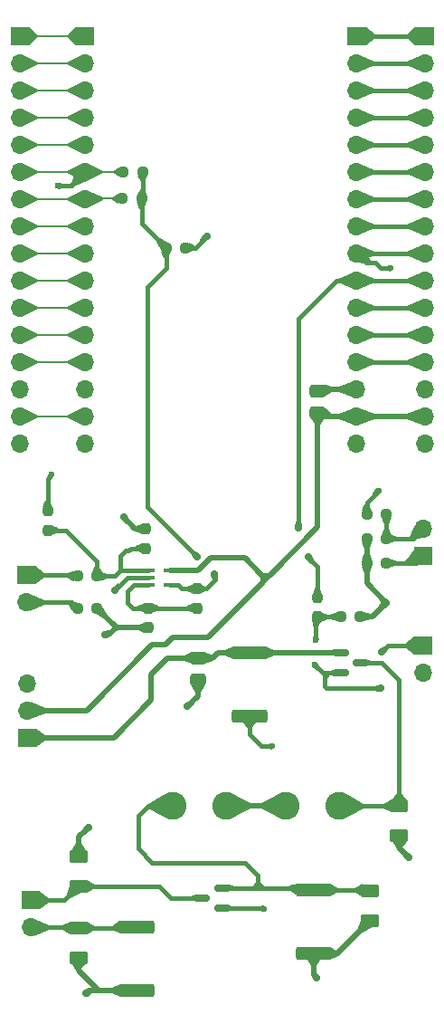
<source format=gbr>
%TF.GenerationSoftware,KiCad,Pcbnew,8.0.1*%
%TF.CreationDate,2024-04-26T12:21:13-07:00*%
%TF.ProjectId,Sendes,53656e64-6573-42e6-9b69-6361645f7063,rev?*%
%TF.SameCoordinates,Original*%
%TF.FileFunction,Copper,L1,Top*%
%TF.FilePolarity,Positive*%
%FSLAX46Y46*%
G04 Gerber Fmt 4.6, Leading zero omitted, Abs format (unit mm)*
G04 Created by KiCad (PCBNEW 8.0.1) date 2024-04-26 12:21:13*
%MOMM*%
%LPD*%
G01*
G04 APERTURE LIST*
G04 Aperture macros list*
%AMRoundRect*
0 Rectangle with rounded corners*
0 $1 Rounding radius*
0 $2 $3 $4 $5 $6 $7 $8 $9 X,Y pos of 4 corners*
0 Add a 4 corners polygon primitive as box body*
4,1,4,$2,$3,$4,$5,$6,$7,$8,$9,$2,$3,0*
0 Add four circle primitives for the rounded corners*
1,1,$1+$1,$2,$3*
1,1,$1+$1,$4,$5*
1,1,$1+$1,$6,$7*
1,1,$1+$1,$8,$9*
0 Add four rect primitives between the rounded corners*
20,1,$1+$1,$2,$3,$4,$5,0*
20,1,$1+$1,$4,$5,$6,$7,0*
20,1,$1+$1,$6,$7,$8,$9,0*
20,1,$1+$1,$8,$9,$2,$3,0*%
G04 Aperture macros list end*
%TA.AperFunction,ComponentPad*%
%ADD10R,1.700000X1.700000*%
%TD*%
%TA.AperFunction,ComponentPad*%
%ADD11O,1.700000X1.700000*%
%TD*%
%TA.AperFunction,SMDPad,CuDef*%
%ADD12RoundRect,0.237500X0.250000X0.237500X-0.250000X0.237500X-0.250000X-0.237500X0.250000X-0.237500X0*%
%TD*%
%TA.AperFunction,SMDPad,CuDef*%
%ADD13R,1.168400X0.355600*%
%TD*%
%TA.AperFunction,SMDPad,CuDef*%
%ADD14RoundRect,0.237500X0.237500X-0.250000X0.237500X0.250000X-0.237500X0.250000X-0.237500X-0.250000X0*%
%TD*%
%TA.AperFunction,SMDPad,CuDef*%
%ADD15RoundRect,0.237500X-0.237500X0.250000X-0.237500X-0.250000X0.237500X-0.250000X0.237500X0.250000X0*%
%TD*%
%TA.AperFunction,SMDPad,CuDef*%
%ADD16RoundRect,0.237500X-0.250000X-0.237500X0.250000X-0.237500X0.250000X0.237500X-0.250000X0.237500X0*%
%TD*%
%TA.AperFunction,SMDPad,CuDef*%
%ADD17RoundRect,0.250000X-0.475000X0.337500X-0.475000X-0.337500X0.475000X-0.337500X0.475000X0.337500X0*%
%TD*%
%TA.AperFunction,ComponentPad*%
%ADD18C,2.600000*%
%TD*%
%TA.AperFunction,SMDPad,CuDef*%
%ADD19RoundRect,0.250000X-0.625000X0.375000X-0.625000X-0.375000X0.625000X-0.375000X0.625000X0.375000X0*%
%TD*%
%TA.AperFunction,SMDPad,CuDef*%
%ADD20RoundRect,0.250000X-1.425000X0.362500X-1.425000X-0.362500X1.425000X-0.362500X1.425000X0.362500X0*%
%TD*%
%TA.AperFunction,SMDPad,CuDef*%
%ADD21RoundRect,0.150000X-0.587500X-0.150000X0.587500X-0.150000X0.587500X0.150000X-0.587500X0.150000X0*%
%TD*%
%TA.AperFunction,SMDPad,CuDef*%
%ADD22RoundRect,0.150000X0.587500X0.150000X-0.587500X0.150000X-0.587500X-0.150000X0.587500X-0.150000X0*%
%TD*%
%TA.AperFunction,SMDPad,CuDef*%
%ADD23RoundRect,0.250000X0.625000X-0.375000X0.625000X0.375000X-0.625000X0.375000X-0.625000X-0.375000X0*%
%TD*%
%TA.AperFunction,ViaPad*%
%ADD24C,0.700000*%
%TD*%
%TA.AperFunction,ViaPad*%
%ADD25C,0.600000*%
%TD*%
%TA.AperFunction,Conductor*%
%ADD26C,0.500000*%
%TD*%
%TA.AperFunction,Conductor*%
%ADD27C,0.381000*%
%TD*%
%TA.AperFunction,Conductor*%
%ADD28C,0.200000*%
%TD*%
G04 APERTURE END LIST*
D10*
%TO.P,J6,1,Pin_1*%
%TO.N,Pulse*%
X110200000Y-106560000D03*
D11*
%TO.P,J6,2,Pin_2*%
%TO.N,GND*%
X110200000Y-109100000D03*
%TD*%
D12*
%TO.P,JP11,1,A*%
%TO.N,/OP_OUT*%
X83812500Y-64800000D03*
%TO.P,JP11,2,B*%
%TO.N,/D33*%
X81987500Y-64800000D03*
%TD*%
%TO.P,JP10,1,A*%
%TO.N,/OP_OUT*%
X83912500Y-62300000D03*
%TO.P,JP10,2,B*%
%TO.N,/D32*%
X82087500Y-62300000D03*
%TD*%
D13*
%TO.P,U2,1,1IN+*%
%TO.N,/Rx_sig_to_opamp*%
X84400000Y-99600002D03*
%TO.P,U2,2,GND*%
%TO.N,GND*%
X84400000Y-100250001D03*
%TO.P,U2,3,1IN-*%
%TO.N,Net-(U2-1IN-)*%
X84400000Y-100900000D03*
%TO.P,U2,4,OUT*%
%TO.N,/OP_OUT*%
X86482800Y-100900000D03*
%TO.P,U2,5,VCC+*%
%TO.N,/3V3*%
X86482800Y-99600002D03*
%TD*%
D14*
%TO.P,R6,1*%
%TO.N,/Rx_sig_to_opamp*%
X84200000Y-97512500D03*
%TO.P,R6,2*%
%TO.N,GND*%
X84200000Y-95687500D03*
%TD*%
D15*
%TO.P,R3,1*%
%TO.N,Net-(U2-1IN-)*%
X84400000Y-103087500D03*
%TO.P,R3,2*%
%TO.N,GND*%
X84400000Y-104912500D03*
%TD*%
%TO.P,R1,1*%
%TO.N,/OP_OUT*%
X89000000Y-101287500D03*
%TO.P,R1,2*%
%TO.N,Net-(U2-1IN-)*%
X89000000Y-103112500D03*
%TD*%
D12*
%TO.P,JP9,1,A*%
%TO.N,GND*%
X87912500Y-69400000D03*
%TO.P,JP9,2,B*%
%TO.N,/OP_OUT*%
X86087500Y-69400000D03*
%TD*%
D16*
%TO.P,JP8,1,A*%
%TO.N,GND*%
X104887500Y-96600000D03*
%TO.P,JP8,2,B*%
%TO.N,/Vibr_sig*%
X106712500Y-96600000D03*
%TD*%
D12*
%TO.P,JP7,1,A*%
%TO.N,GND*%
X104264479Y-103895350D03*
%TO.P,JP7,2,B*%
%TO.N,Pulse*%
X102439479Y-103895350D03*
%TD*%
D15*
%TO.P,JP6,2,B*%
%TO.N,/Rx_sig_to_opamp*%
X75000000Y-95812500D03*
%TO.P,JP6,1,A*%
%TO.N,/D32*%
X75000000Y-93987500D03*
%TD*%
D12*
%TO.P,JP5,2,B*%
%TO.N,/Rx_gnd*%
X77787500Y-103100000D03*
%TO.P,JP5,1,A*%
%TO.N,GND*%
X79612500Y-103100000D03*
%TD*%
D16*
%TO.P,JP4,2,B*%
%TO.N,/Rx_sig_to_opamp*%
X79612500Y-100100000D03*
%TO.P,JP4,1,A*%
%TO.N,/Rx_sig*%
X77787500Y-100100000D03*
%TD*%
D12*
%TO.P,JP3,1,A*%
%TO.N,/Vibr_gnd*%
X106712500Y-98900000D03*
%TO.P,JP3,2,B*%
%TO.N,GND*%
X104887500Y-98900000D03*
%TD*%
%TO.P,JP2,1,A*%
%TO.N,/Vibr_sig*%
X106712500Y-94300000D03*
%TO.P,JP2,2,B*%
%TO.N,/TX2*%
X104887500Y-94300000D03*
%TD*%
D14*
%TO.P,JP1,1,A*%
%TO.N,Pulse*%
X100251979Y-103907850D03*
%TO.P,JP1,2,B*%
%TO.N,/RX2*%
X100251979Y-102082850D03*
%TD*%
D11*
%TO.P,J11,16,Pin_16*%
%TO.N,unconnected-(J11-Pin_16-Pad16)*%
X72380880Y-87698597D03*
%TO.P,J11,15,Pin_15*%
%TO.N,/VIN*%
X72380880Y-85158597D03*
%TO.P,J11,14,Pin_14*%
%TO.N,GND*%
X72380880Y-82618597D03*
%TO.P,J11,13,Pin_13*%
%TO.N,/D13*%
X72380880Y-80078597D03*
%TO.P,J11,12,Pin_12*%
%TO.N,/D12*%
X72380880Y-77538597D03*
%TO.P,J11,11,Pin_11*%
%TO.N,/D14*%
X72380880Y-74998597D03*
%TO.P,J11,10,Pin_10*%
%TO.N,/D27*%
X72380880Y-72458597D03*
%TO.P,J11,9,Pin_9*%
%TO.N,/D26*%
X72380880Y-69918597D03*
%TO.P,J11,8,Pin_8*%
%TO.N,/D25*%
X72380880Y-67378597D03*
%TO.P,J11,7,Pin_7*%
%TO.N,/D33*%
X72380880Y-64838597D03*
%TO.P,J11,6,Pin_6*%
%TO.N,/D32*%
X72380880Y-62298597D03*
%TO.P,J11,5,Pin_5*%
%TO.N,/D35*%
X72380880Y-59758597D03*
%TO.P,J11,4,Pin_4*%
%TO.N,/D34*%
X72380880Y-57218597D03*
%TO.P,J11,3,Pin_3*%
%TO.N,/VN*%
X72380880Y-54678597D03*
%TO.P,J11,2,Pin_2*%
%TO.N,/VP*%
X72380880Y-52138597D03*
D10*
%TO.P,J11,1,Pin_1*%
%TO.N,/EN*%
X72380880Y-49598597D03*
%TD*%
%TO.P,J10,1,Pin_1*%
%TO.N,/D23*%
X110300000Y-49600000D03*
D11*
%TO.P,J10,2,Pin_2*%
%TO.N,/D22*%
X110300000Y-52140000D03*
%TO.P,J10,3,Pin_3*%
%TO.N,/TX0*%
X110300000Y-54680000D03*
%TO.P,J10,4,Pin_4*%
%TO.N,/RX0*%
X110300000Y-57220000D03*
%TO.P,J10,5,Pin_5*%
%TO.N,/D21*%
X110300000Y-59760000D03*
%TO.P,J10,6,Pin_6*%
%TO.N,/D19*%
X110300000Y-62300000D03*
%TO.P,J10,7,Pin_7*%
%TO.N,/D18*%
X110300000Y-64840000D03*
%TO.P,J10,8,Pin_8*%
%TO.N,/D5*%
X110300000Y-67380000D03*
%TO.P,J10,9,Pin_9*%
%TO.N,/TX2*%
X110300000Y-69920000D03*
%TO.P,J10,10,Pin_10*%
%TO.N,/RX2*%
X110300000Y-72460000D03*
%TO.P,J10,11,Pin_11*%
%TO.N,/D4*%
X110300000Y-75000000D03*
%TO.P,J10,12,Pin_12*%
%TO.N,/D2*%
X110300000Y-77540000D03*
%TO.P,J10,13,Pin_13*%
%TO.N,/D15*%
X110300000Y-80080000D03*
%TO.P,J10,14,Pin_14*%
%TO.N,GND*%
X110300000Y-82620000D03*
%TO.P,J10,15,Pin_15*%
%TO.N,/3V3*%
X110300000Y-85160000D03*
%TO.P,J10,16,Pin_16*%
%TO.N,unconnected-(J10-Pin_16-Pad16)*%
X110300000Y-87700000D03*
%TD*%
D10*
%TO.P,J9,1,Pin_1*%
%TO.N,/5V*%
X73100000Y-115200000D03*
D11*
%TO.P,J9,2,Pin_2*%
%TO.N,/3V3*%
X73100000Y-112660000D03*
%TO.P,J9,3,Pin_3*%
%TO.N,GND*%
X73100000Y-110120000D03*
%TD*%
%TO.P,J5,2,Pin_2*%
%TO.N,/Rx_gnd*%
X73000000Y-102565000D03*
D10*
%TO.P,J5,1,Pin_1*%
%TO.N,/Rx_sig*%
X73000000Y-100025000D03*
%TD*%
%TO.P,J4,1,Pin_1*%
%TO.N,TX_COIL_POS*%
X73400000Y-130425000D03*
D11*
%TO.P,J4,2,Pin_2*%
%TO.N,TX_COIL_NEG*%
X73400000Y-132965000D03*
%TD*%
D10*
%TO.P,J3,1,Pin_1*%
%TO.N,/Vibr_gnd*%
X110200000Y-98200000D03*
D11*
%TO.P,J3,2,Pin_2*%
%TO.N,/Vibr_sig*%
X110200000Y-95660000D03*
%TD*%
D10*
%TO.P,J2,1,Pin_1*%
%TO.N,/D23*%
X103939978Y-49602958D03*
D11*
%TO.P,J2,2,Pin_2*%
%TO.N,/D22*%
X103939978Y-52142958D03*
%TO.P,J2,3,Pin_3*%
%TO.N,/TX0*%
X103939978Y-54682958D03*
%TO.P,J2,4,Pin_4*%
%TO.N,/RX0*%
X103939978Y-57222958D03*
%TO.P,J2,5,Pin_5*%
%TO.N,/D21*%
X103939978Y-59762958D03*
%TO.P,J2,6,Pin_6*%
%TO.N,/D19*%
X103939978Y-62302958D03*
%TO.P,J2,7,Pin_7*%
%TO.N,/D18*%
X103939978Y-64842958D03*
%TO.P,J2,8,Pin_8*%
%TO.N,/D5*%
X103939978Y-67382958D03*
%TO.P,J2,9,Pin_9*%
%TO.N,/TX2*%
X103939978Y-69922958D03*
%TO.P,J2,10,Pin_10*%
%TO.N,/RX2*%
X103939978Y-72462958D03*
%TO.P,J2,11,Pin_11*%
%TO.N,/D4*%
X103939978Y-75002958D03*
%TO.P,J2,12,Pin_12*%
%TO.N,/D2*%
X103939978Y-77542958D03*
%TO.P,J2,13,Pin_13*%
%TO.N,/D15*%
X103939978Y-80082958D03*
%TO.P,J2,14,Pin_14*%
%TO.N,GND*%
X103939978Y-82622958D03*
%TO.P,J2,15,Pin_15*%
%TO.N,/3V3*%
X103939978Y-85162958D03*
%TO.P,J2,16,Pin_16*%
%TO.N,unconnected-(J2-Pin_16-Pad16)*%
X103939978Y-87702958D03*
%TD*%
D10*
%TO.P,J1,1,Pin_1*%
%TO.N,/EN*%
X78520577Y-49602958D03*
D11*
%TO.P,J1,2,Pin_2*%
%TO.N,/VP*%
X78520577Y-52142958D03*
%TO.P,J1,3,Pin_3*%
%TO.N,/VN*%
X78520577Y-54682958D03*
%TO.P,J1,4,Pin_4*%
%TO.N,/D34*%
X78520577Y-57222958D03*
%TO.P,J1,5,Pin_5*%
%TO.N,/D35*%
X78520577Y-59762958D03*
%TO.P,J1,6,Pin_6*%
%TO.N,/D32*%
X78520577Y-62302958D03*
%TO.P,J1,7,Pin_7*%
%TO.N,/D33*%
X78520577Y-64842958D03*
%TO.P,J1,8,Pin_8*%
%TO.N,/D25*%
X78520577Y-67382958D03*
%TO.P,J1,9,Pin_9*%
%TO.N,/D26*%
X78520577Y-69922958D03*
%TO.P,J1,10,Pin_10*%
%TO.N,/D27*%
X78520577Y-72462958D03*
%TO.P,J1,11,Pin_11*%
%TO.N,/D14*%
X78520577Y-75002958D03*
%TO.P,J1,12,Pin_12*%
%TO.N,/D12*%
X78520577Y-77542958D03*
%TO.P,J1,13,Pin_13*%
%TO.N,/D13*%
X78520577Y-80082958D03*
%TO.P,J1,14,Pin_14*%
%TO.N,GND*%
X78520577Y-82622958D03*
%TO.P,J1,15,Pin_15*%
%TO.N,/VIN*%
X78520577Y-85162958D03*
%TO.P,J1,16,Pin_16*%
%TO.N,unconnected-(J1-Pin_16-Pad16)*%
X78520577Y-87702958D03*
%TD*%
D17*
%TO.P,C2,1*%
%TO.N,/5V*%
X89100000Y-107762500D03*
%TO.P,C2,2*%
%TO.N,GND*%
X89100000Y-109837500D03*
%TD*%
%TO.P,C1,1*%
%TO.N,GND*%
X100300000Y-82762500D03*
%TO.P,C1,2*%
%TO.N,/3V3*%
X100300000Y-84837500D03*
%TD*%
D18*
%TO.P,L2,1,1*%
%TO.N,Net-(D2-K)*%
X102300000Y-121600000D03*
%TO.P,L2,2,2*%
%TO.N,Net-(L2-Pad2)*%
X97300000Y-121600000D03*
%TD*%
D19*
%TO.P,D3,1,K*%
%TO.N,Net-(D3-K)*%
X105200000Y-129500000D03*
%TO.P,D3,2,A*%
%TO.N,GND*%
X105200000Y-132300000D03*
%TD*%
D20*
%TO.P,R5,1*%
%TO.N,TX_COIL_NEG*%
X83300000Y-132937500D03*
%TO.P,R5,2*%
%TO.N,GND*%
X83300000Y-138862500D03*
%TD*%
D21*
%TO.P,Q2,3,S*%
%TO.N,Net-(D2-K)*%
X104337500Y-108200000D03*
%TO.P,Q2,2,G*%
%TO.N,Pulse*%
X102462500Y-109150000D03*
%TO.P,Q2,1,D*%
%TO.N,/5V*%
X102462500Y-107250000D03*
%TD*%
D22*
%TO.P,Q1,3,E*%
%TO.N,TX_COIL_POS*%
X89462500Y-130200000D03*
%TO.P,Q1,2,B*%
%TO.N,Net-(D3-K)*%
X91337500Y-129250000D03*
%TO.P,Q1,1,C*%
%TO.N,Net-(Q1-C)*%
X91337500Y-131150000D03*
%TD*%
D19*
%TO.P,D2,1,K*%
%TO.N,Net-(D2-K)*%
X107900000Y-121600000D03*
%TO.P,D2,2,A*%
%TO.N,GND*%
X107900000Y-124400000D03*
%TD*%
D23*
%TO.P,D4,1,K*%
%TO.N,TX_COIL_POS*%
X77900000Y-129100000D03*
%TO.P,D4,2,A*%
%TO.N,GND*%
X77900000Y-126300000D03*
%TD*%
D19*
%TO.P,D5,1,K*%
%TO.N,TX_COIL_NEG*%
X77900000Y-133000000D03*
%TO.P,D5,2,A*%
%TO.N,GND*%
X77900000Y-135800000D03*
%TD*%
D18*
%TO.P,L3,1,1*%
%TO.N,Net-(L2-Pad2)*%
X91700000Y-121600000D03*
%TO.P,L3,2,2*%
%TO.N,Net-(D3-K)*%
X86700000Y-121600000D03*
%TD*%
D20*
%TO.P,R4,1*%
%TO.N,/5V*%
X93900000Y-107237500D03*
%TO.P,R4,2*%
%TO.N,Net-(Q1-C)*%
X93900000Y-113162500D03*
%TD*%
%TO.P,R2,1*%
%TO.N,Net-(D3-K)*%
X99900000Y-129437500D03*
%TO.P,R2,2*%
%TO.N,GND*%
X99900000Y-135362500D03*
%TD*%
D24*
%TO.N,Pulse*%
X106200000Y-110600000D03*
X106300000Y-107200000D03*
%TO.N,/RX2*%
X99400000Y-98300000D03*
X98500000Y-95600000D03*
%TO.N,/OP_OUT*%
X89000000Y-98300000D03*
X90600000Y-99900000D03*
%TO.N,GND*%
X89900000Y-68300000D03*
X81300000Y-101400000D03*
X82100000Y-94600000D03*
X80400000Y-105600000D03*
X106700000Y-102600000D03*
X78800000Y-123600000D03*
X108800000Y-126400000D03*
X100200000Y-137700000D03*
X78600000Y-139100000D03*
X88100000Y-112300000D03*
D25*
%TO.N,Pulse*%
X100100000Y-106100000D03*
X100000000Y-108400000D03*
%TO.N,Net-(Q1-C)*%
X95300000Y-131200000D03*
%TO.N,/TX2*%
X107100000Y-71300000D03*
X106000000Y-92100000D03*
%TO.N,/D32*%
X76000000Y-63600000D03*
X75400000Y-90600000D03*
%TO.N,Net-(Q1-C)*%
X96000000Y-116000000D03*
%TD*%
D26*
%TO.N,GND*%
X99900000Y-137400000D02*
X100200000Y-137700000D01*
X99900000Y-135362500D02*
X99900000Y-137400000D01*
D27*
%TO.N,Pulse*%
X100900000Y-109300000D02*
X100750000Y-109150000D01*
X100900000Y-109550000D02*
X100900000Y-109300000D01*
X100900000Y-109550000D02*
X101300000Y-109150000D01*
X100900000Y-110400000D02*
X100900000Y-109550000D01*
X101300000Y-109150000D02*
X100750000Y-109150000D01*
X102462500Y-109150000D02*
X101300000Y-109150000D01*
X101100000Y-110600000D02*
X100900000Y-110400000D01*
X106200000Y-110600000D02*
X101100000Y-110600000D01*
X106900000Y-106600000D02*
X106300000Y-107200000D01*
X110200000Y-106600000D02*
X106900000Y-106600000D01*
X110200000Y-106560000D02*
X110200000Y-106600000D01*
%TO.N,/RX2*%
X102037042Y-72462958D02*
X103939978Y-72462958D01*
X98500000Y-76000000D02*
X102037042Y-72462958D01*
X98500000Y-95600000D02*
X98500000Y-76000000D01*
X99400000Y-98400000D02*
X99400000Y-98300000D01*
X100251979Y-99251979D02*
X99400000Y-98400000D01*
%TO.N,/OP_OUT*%
X84300000Y-93600000D02*
X84300000Y-73100000D01*
X89000000Y-98300000D02*
X84300000Y-93600000D01*
X90700000Y-100000000D02*
X90600000Y-99900000D01*
X90700000Y-100400000D02*
X90700000Y-100000000D01*
D26*
%TO.N,/3V3*%
X95150000Y-100050000D02*
X95050000Y-99950000D01*
X95850000Y-99950000D02*
X95750000Y-100050000D01*
X95850000Y-99950000D02*
X95450000Y-100350000D01*
X95750000Y-100050000D02*
X95150000Y-100050000D01*
X100300000Y-95500000D02*
X95850000Y-99950000D01*
X95000000Y-100800000D02*
X95150000Y-100650000D01*
X95050000Y-99950000D02*
X93500000Y-98400000D01*
X95150000Y-100650000D02*
X95150000Y-100050000D01*
X95450000Y-100350000D02*
X95050000Y-99950000D01*
X95000000Y-100800000D02*
X90000000Y-105800000D01*
X95450000Y-100350000D02*
X95000000Y-100800000D01*
D27*
%TO.N,Net-(D3-K)*%
X94250000Y-129250000D02*
X94700000Y-128800000D01*
X94200000Y-129250000D02*
X94250000Y-129250000D01*
X94200000Y-129250000D02*
X94700000Y-129250000D01*
X91337500Y-129250000D02*
X94200000Y-129250000D01*
X95150000Y-129250000D02*
X94700000Y-128800000D01*
X94700000Y-128800000D02*
X94700000Y-128100000D01*
X94700000Y-129250000D02*
X94700000Y-128800000D01*
X95200000Y-129250000D02*
X99712500Y-129250000D01*
X95200000Y-129250000D02*
X95150000Y-129250000D01*
X94700000Y-129250000D02*
X95200000Y-129250000D01*
%TO.N,GND*%
X88800000Y-69400000D02*
X89900000Y-68300000D01*
X87912500Y-69400000D02*
X88800000Y-69400000D01*
D26*
%TO.N,Net-(L2-Pad2)*%
X91700000Y-121600000D02*
X97300000Y-121600000D01*
D27*
%TO.N,GND*%
X82449999Y-100250001D02*
X81300000Y-101400000D01*
X84400000Y-100250001D02*
X82449999Y-100250001D01*
D26*
X83187500Y-95687500D02*
X82100000Y-94600000D01*
X84200000Y-95687500D02*
X83187500Y-95687500D01*
X80737500Y-105600000D02*
X80400000Y-105600000D01*
X81425000Y-104912500D02*
X80737500Y-105600000D01*
X81425000Y-104912500D02*
X79612500Y-103100000D01*
X84400000Y-104912500D02*
X81425000Y-104912500D01*
X104887500Y-100787500D02*
X106700000Y-102600000D01*
X104887500Y-98900000D02*
X104887500Y-100787500D01*
X104887500Y-96600000D02*
X104887500Y-98900000D01*
X105404650Y-103895350D02*
X106700000Y-102600000D01*
X104264479Y-103895350D02*
X105404650Y-103895350D01*
X77900000Y-124500000D02*
X78800000Y-123600000D01*
X77900000Y-126300000D02*
X77900000Y-124500000D01*
X107900000Y-125500000D02*
X108800000Y-126400000D01*
X107900000Y-124400000D02*
X107900000Y-125500000D01*
X102137500Y-135362500D02*
X105200000Y-132300000D01*
X99900000Y-135362500D02*
X102137500Y-135362500D01*
X78837500Y-138862500D02*
X78600000Y-139100000D01*
X79762500Y-138862500D02*
X78837500Y-138862500D01*
X77900000Y-135800000D02*
X77900000Y-137000000D01*
X77900000Y-137000000D02*
X79762500Y-138862500D01*
X79762500Y-138862500D02*
X83300000Y-138862500D01*
X89100000Y-111300000D02*
X88100000Y-112300000D01*
X89100000Y-109837500D02*
X89100000Y-111300000D01*
D27*
%TO.N,/RX2*%
X100251979Y-102082850D02*
X100251979Y-99251979D01*
%TO.N,Pulse*%
X102426979Y-103907850D02*
X102439479Y-103895350D01*
X100251979Y-103907850D02*
X102426979Y-103907850D01*
X100100000Y-104059829D02*
X100251979Y-103907850D01*
X100100000Y-106100000D02*
X100100000Y-104059829D01*
X100750000Y-109150000D02*
X100000000Y-108400000D01*
D26*
%TO.N,/3V3*%
X88699998Y-99600002D02*
X86482800Y-99600002D01*
X88700000Y-99600000D02*
X88699998Y-99600002D01*
X89100000Y-99600000D02*
X88700000Y-99600000D01*
X90300000Y-98400000D02*
X89100000Y-99600000D01*
X93500000Y-98400000D02*
X90300000Y-98400000D01*
X78640000Y-112660000D02*
X73100000Y-112660000D01*
X86000000Y-106500000D02*
X84800000Y-106500000D01*
X84800000Y-106500000D02*
X78640000Y-112660000D01*
X86700000Y-105800000D02*
X86000000Y-106500000D01*
X100300000Y-84837500D02*
X100300000Y-95500000D01*
X90000000Y-105800000D02*
X86700000Y-105800000D01*
D27*
%TO.N,Net-(Q1-C)*%
X95000000Y-116000000D02*
X96000000Y-116000000D01*
X93900000Y-114900000D02*
X95000000Y-116000000D01*
D26*
%TO.N,/5V*%
X90962500Y-107237500D02*
X93900000Y-107237500D01*
X90437500Y-107762500D02*
X90962500Y-107237500D01*
X89100000Y-107762500D02*
X90437500Y-107762500D01*
X86237500Y-107762500D02*
X89100000Y-107762500D01*
X84700000Y-109300000D02*
X86237500Y-107762500D01*
X81200000Y-115200000D02*
X84700000Y-111700000D01*
X73100000Y-115200000D02*
X81200000Y-115200000D01*
X84700000Y-111700000D02*
X84700000Y-109300000D01*
D27*
%TO.N,TX_COIL_NEG*%
X83237500Y-133000000D02*
X83300000Y-132937500D01*
X77900000Y-133000000D02*
X83237500Y-133000000D01*
X77865000Y-132965000D02*
X77900000Y-133000000D01*
X73400000Y-132965000D02*
X77865000Y-132965000D01*
%TO.N,TX_COIL_POS*%
X86500000Y-130200000D02*
X89462500Y-130200000D01*
X85400000Y-129100000D02*
X86500000Y-130200000D01*
X77900000Y-129100000D02*
X85400000Y-129100000D01*
X76575000Y-130425000D02*
X77900000Y-129100000D01*
X73400000Y-130425000D02*
X76575000Y-130425000D01*
%TO.N,Net-(D3-K)*%
X83500000Y-125600000D02*
X83500000Y-122500000D01*
X84800000Y-126900000D02*
X83500000Y-125600000D01*
X84400000Y-121600000D02*
X86700000Y-121600000D01*
X93500000Y-126900000D02*
X84800000Y-126900000D01*
X94700000Y-128100000D02*
X93500000Y-126900000D01*
X83500000Y-122500000D02*
X84400000Y-121600000D01*
X105137500Y-129437500D02*
X105200000Y-129500000D01*
X99900000Y-129437500D02*
X105137500Y-129437500D01*
X99712500Y-129250000D02*
X99900000Y-129437500D01*
%TO.N,Net-(Q1-C)*%
X95250000Y-131150000D02*
X91337500Y-131150000D01*
X95300000Y-131200000D02*
X95250000Y-131150000D01*
%TO.N,Net-(D2-K)*%
X107900000Y-121600000D02*
X102300000Y-121600000D01*
X106300000Y-108200000D02*
X107900000Y-109800000D01*
X107900000Y-109800000D02*
X107900000Y-121600000D01*
X104337500Y-108200000D02*
X106300000Y-108200000D01*
%TO.N,/TX2*%
X104817020Y-70800000D02*
X103939978Y-69922958D01*
X106200000Y-71300000D02*
X105700000Y-70800000D01*
X107100000Y-71300000D02*
X106200000Y-71300000D01*
X104887500Y-93212500D02*
X106000000Y-92100000D01*
X104887500Y-94300000D02*
X104887500Y-93212500D01*
X105700000Y-70800000D02*
X104817020Y-70800000D01*
D26*
%TO.N,/3V3*%
X103939978Y-85162958D02*
X110297042Y-85162958D01*
X110297042Y-85162958D02*
X110300000Y-85160000D01*
D27*
%TO.N,/D15*%
X110297042Y-80082958D02*
X110300000Y-80080000D01*
X103939978Y-80082958D02*
X110297042Y-80082958D01*
%TO.N,/D2*%
X110297042Y-77542958D02*
X110300000Y-77540000D01*
X103939978Y-77542958D02*
X110297042Y-77542958D01*
%TO.N,/D4*%
X110297042Y-75002958D02*
X110300000Y-75000000D01*
X103939978Y-75002958D02*
X110297042Y-75002958D01*
%TO.N,/RX2*%
X110297042Y-72462958D02*
X110300000Y-72460000D01*
X103939978Y-72462958D02*
X110297042Y-72462958D01*
%TO.N,/TX2*%
X103939978Y-69922958D02*
X110297042Y-69922958D01*
X110297042Y-69922958D02*
X110300000Y-69920000D01*
%TO.N,/D5*%
X110297042Y-67382958D02*
X110300000Y-67380000D01*
X103939978Y-67382958D02*
X110297042Y-67382958D01*
%TO.N,/D18*%
X110297042Y-64842958D02*
X110300000Y-64840000D01*
X103939978Y-64842958D02*
X110297042Y-64842958D01*
%TO.N,/D19*%
X103939978Y-62302958D02*
X110297042Y-62302958D01*
X110297042Y-62302958D02*
X110300000Y-62300000D01*
%TO.N,/D21*%
X110297042Y-59762958D02*
X110300000Y-59760000D01*
X103939978Y-59762958D02*
X110297042Y-59762958D01*
%TO.N,/RX0*%
X110297042Y-57222958D02*
X110300000Y-57220000D01*
X103939978Y-57222958D02*
X110297042Y-57222958D01*
%TO.N,/TX0*%
X110297042Y-54682958D02*
X110300000Y-54680000D01*
X103939978Y-54682958D02*
X110297042Y-54682958D01*
%TO.N,/D22*%
X110297042Y-52142958D02*
X110300000Y-52140000D01*
X103939978Y-52142958D02*
X110297042Y-52142958D01*
%TO.N,/D23*%
X103939978Y-49602958D02*
X110297042Y-49602958D01*
X110297042Y-49602958D02*
X110300000Y-49600000D01*
%TO.N,/Vibr_sig*%
X106712500Y-96600000D02*
X106712500Y-94300000D01*
X109260000Y-96600000D02*
X110200000Y-95660000D01*
X106712500Y-96600000D02*
X109260000Y-96600000D01*
%TO.N,/Vibr_gnd*%
X109500000Y-98900000D02*
X110200000Y-98200000D01*
X106712500Y-98900000D02*
X109500000Y-98900000D01*
%TO.N,/OP_OUT*%
X86087500Y-71312500D02*
X86087500Y-69400000D01*
X84300000Y-73100000D02*
X86087500Y-71312500D01*
X89812500Y-101287500D02*
X90700000Y-100400000D01*
X89000000Y-101287500D02*
X89812500Y-101287500D01*
X87587500Y-101287500D02*
X89000000Y-101287500D01*
X87200000Y-100900000D02*
X87587500Y-101287500D01*
X86482800Y-100900000D02*
X87200000Y-100900000D01*
%TO.N,/Rx_sig_to_opamp*%
X82600000Y-97700000D02*
X82787500Y-97512500D01*
X82300000Y-97700000D02*
X82600000Y-97700000D01*
X81799998Y-98200002D02*
X82300000Y-97700000D01*
X81799998Y-99600002D02*
X81799998Y-98200002D01*
X82787500Y-97512500D02*
X84200000Y-97512500D01*
X81300000Y-100100000D02*
X79612500Y-100100000D01*
X81799998Y-99600002D02*
X81300000Y-100100000D01*
X84400000Y-99600002D02*
X81799998Y-99600002D01*
%TO.N,Net-(U2-1IN-)*%
X82987500Y-103087500D02*
X84400000Y-103087500D01*
X82500000Y-102600000D02*
X82987500Y-103087500D01*
X82500000Y-101500000D02*
X82500000Y-102600000D01*
X83100000Y-100900000D02*
X82500000Y-101500000D01*
X84400000Y-100900000D02*
X83100000Y-100900000D01*
X88987500Y-103087500D02*
X84400000Y-103087500D01*
X89000000Y-103100000D02*
X88987500Y-103087500D01*
X89000000Y-103112500D02*
X89000000Y-103100000D01*
%TO.N,/D32*%
X77223535Y-63600000D02*
X78520577Y-62302958D01*
X75000000Y-91000000D02*
X75400000Y-90600000D01*
X76000000Y-63600000D02*
X77223535Y-63600000D01*
X75000000Y-93987500D02*
X75000000Y-91000000D01*
%TO.N,/Rx_sig_to_opamp*%
X76712500Y-95812500D02*
X75000000Y-95812500D01*
X79612500Y-98712500D02*
X76712500Y-95812500D01*
X79612500Y-100100000D02*
X79612500Y-98712500D01*
%TO.N,/Rx_gnd*%
X77252500Y-102565000D02*
X77787500Y-103100000D01*
X73000000Y-102565000D02*
X77252500Y-102565000D01*
%TO.N,/Rx_sig*%
X77712500Y-100025000D02*
X77787500Y-100100000D01*
X73000000Y-100025000D02*
X77712500Y-100025000D01*
%TO.N,/OP_OUT*%
X83812500Y-67125000D02*
X86087500Y-69400000D01*
X83812500Y-64800000D02*
X83812500Y-67125000D01*
X83912500Y-64700000D02*
X83812500Y-64800000D01*
X83912500Y-62300000D02*
X83912500Y-64700000D01*
D28*
%TO.N,/D33*%
X78800000Y-64800000D02*
X81987500Y-64800000D01*
X78757042Y-64842958D02*
X78800000Y-64800000D01*
X78520577Y-64842958D02*
X78757042Y-64842958D01*
%TO.N,/D32*%
X78800000Y-62300000D02*
X82087500Y-62300000D01*
X78797042Y-62302958D02*
X78800000Y-62300000D01*
X78520577Y-62302958D02*
X78797042Y-62302958D01*
D26*
%TO.N,GND*%
X100439542Y-82622958D02*
X100300000Y-82762500D01*
X103939978Y-82622958D02*
X100439542Y-82622958D01*
%TO.N,/3V3*%
X100625458Y-85162958D02*
X100300000Y-84837500D01*
X103939978Y-85162958D02*
X100625458Y-85162958D01*
D28*
%TO.N,/VIN*%
X78516216Y-85158597D02*
X78520577Y-85162958D01*
X72380880Y-85158597D02*
X78516216Y-85158597D01*
%TO.N,/D13*%
X78516216Y-80078597D02*
X78520577Y-80082958D01*
X72380880Y-80078597D02*
X78516216Y-80078597D01*
%TO.N,/D12*%
X78516216Y-77538597D02*
X78520577Y-77542958D01*
X72380880Y-77538597D02*
X78516216Y-77538597D01*
%TO.N,/D14*%
X78516216Y-74998597D02*
X78520577Y-75002958D01*
X72380880Y-74998597D02*
X78516216Y-74998597D01*
%TO.N,/D27*%
X78516216Y-72458597D02*
X78520577Y-72462958D01*
X72380880Y-72458597D02*
X78516216Y-72458597D01*
%TO.N,/D26*%
X78516216Y-69918597D02*
X78520577Y-69922958D01*
X72380880Y-69918597D02*
X78516216Y-69918597D01*
%TO.N,/D25*%
X78516216Y-67378597D02*
X78520577Y-67382958D01*
X72380880Y-67378597D02*
X78516216Y-67378597D01*
%TO.N,/D33*%
X72380880Y-64838597D02*
X78516216Y-64838597D01*
X78516216Y-64838597D02*
X78520577Y-64842958D01*
%TO.N,/D32*%
X78516216Y-62298597D02*
X78520577Y-62302958D01*
X72380880Y-62298597D02*
X78516216Y-62298597D01*
%TO.N,/D35*%
X78516216Y-59758597D02*
X78520577Y-59762958D01*
X72380880Y-59758597D02*
X78516216Y-59758597D01*
%TO.N,/D34*%
X72380880Y-57218597D02*
X78516216Y-57218597D01*
X78516216Y-57218597D02*
X78520577Y-57222958D01*
%TO.N,/VN*%
X78516216Y-54678597D02*
X78520577Y-54682958D01*
X72380880Y-54678597D02*
X78516216Y-54678597D01*
%TO.N,/VP*%
X78516216Y-52138597D02*
X78520577Y-52142958D01*
X72380880Y-52138597D02*
X78516216Y-52138597D01*
%TO.N,/EN*%
X78516216Y-49598597D02*
X78520577Y-49602958D01*
X72380880Y-49598597D02*
X78516216Y-49598597D01*
D27*
%TO.N,/D33*%
X81944542Y-64842958D02*
X81987500Y-64800000D01*
%TO.N,/D32*%
X82084542Y-62302958D02*
X82087500Y-62300000D01*
%TO.N,/VIN*%
X78517619Y-85160000D02*
X78520577Y-85162958D01*
%TO.N,GND*%
X78517619Y-82620000D02*
X78520577Y-82622958D01*
%TO.N,/D13*%
X78517619Y-80080000D02*
X78520577Y-80082958D01*
%TO.N,/D12*%
X78517619Y-77540000D02*
X78520577Y-77542958D01*
%TO.N,/D14*%
X78517619Y-75000000D02*
X78520577Y-75002958D01*
%TO.N,/D27*%
X78517619Y-72460000D02*
X78520577Y-72462958D01*
%TO.N,/D26*%
X78517619Y-69920000D02*
X78520577Y-69922958D01*
%TO.N,/D25*%
X78517619Y-67380000D02*
X78520577Y-67382958D01*
%TO.N,/D33*%
X78517619Y-64840000D02*
X78520577Y-64842958D01*
%TO.N,/D32*%
X78517619Y-62300000D02*
X78520577Y-62302958D01*
%TO.N,/D35*%
X78517619Y-59760000D02*
X78520577Y-59762958D01*
%TO.N,/D34*%
X78517619Y-57220000D02*
X78520577Y-57222958D01*
%TO.N,/VN*%
X78517619Y-54680000D02*
X78520577Y-54682958D01*
%TO.N,/VP*%
X78517619Y-52140000D02*
X78520577Y-52142958D01*
%TO.N,/EN*%
X78517619Y-49600000D02*
X78520577Y-49602958D01*
%TO.N,Net-(Q1-C)*%
X93900000Y-114900000D02*
X93900000Y-113162500D01*
%TO.N,/5V*%
X102450000Y-107237500D02*
X102462500Y-107250000D01*
D26*
X93900000Y-107237500D02*
X102450000Y-107237500D01*
%TD*%
%TA.AperFunction,Conductor*%
%TO.N,GND*%
G36*
X100153087Y-137127691D02*
G01*
X100153483Y-137128107D01*
X100440021Y-137444275D01*
X100443038Y-137452706D01*
X100439642Y-137460388D01*
X100201662Y-137699330D01*
X100197821Y-137701895D01*
X99888376Y-137829114D01*
X99879421Y-137829091D01*
X99873106Y-137822742D01*
X99872782Y-137821852D01*
X99654873Y-137139523D01*
X99655620Y-137130600D01*
X99662459Y-137124819D01*
X99666018Y-137124264D01*
X100144814Y-137124264D01*
X100153087Y-137127691D01*
G37*
%TD.AperFunction*%
%TD*%
%TA.AperFunction,Conductor*%
%TO.N,GND*%
G36*
X99908265Y-135369778D02*
G01*
X100506091Y-135968580D01*
X100509511Y-135976856D01*
X100507880Y-135982805D01*
X100153398Y-136581759D01*
X100146235Y-136587133D01*
X100143329Y-136587500D01*
X99656671Y-136587500D01*
X99648398Y-136584073D01*
X99646602Y-136581759D01*
X99292119Y-135982805D01*
X99290855Y-135973940D01*
X99293905Y-135968583D01*
X99891720Y-135369792D01*
X99899990Y-135366359D01*
X99908265Y-135369778D01*
G37*
%TD.AperFunction*%
%TD*%
%TA.AperFunction,Conductor*%
%TO.N,Pulse*%
G36*
X101821286Y-108863066D02*
G01*
X102439591Y-109139318D01*
X102445746Y-109145821D01*
X102445500Y-109154773D01*
X102439591Y-109160682D01*
X101821286Y-109436933D01*
X101813677Y-109437602D01*
X101433864Y-109342714D01*
X101426668Y-109337384D01*
X101425000Y-109331363D01*
X101425000Y-108968636D01*
X101428427Y-108960363D01*
X101433862Y-108957285D01*
X101813677Y-108862397D01*
X101821286Y-108863066D01*
G37*
%TD.AperFunction*%
%TD*%
%TA.AperFunction,Conductor*%
%TO.N,Pulse*%
G36*
X106065245Y-110280352D02*
G01*
X106069879Y-110285791D01*
X106199119Y-110595494D01*
X106199142Y-110604449D01*
X106199119Y-110604506D01*
X106069879Y-110914208D01*
X106063530Y-110920523D01*
X106056408Y-110921092D01*
X105509027Y-110792618D01*
X105501755Y-110787392D01*
X105500000Y-110781228D01*
X105500000Y-110418771D01*
X105503427Y-110410498D01*
X105509026Y-110407381D01*
X106056409Y-110278907D01*
X106065245Y-110280352D01*
G37*
%TD.AperFunction*%
%TD*%
%TA.AperFunction,Conductor*%
%TO.N,Pulse*%
G36*
X106666826Y-106576878D02*
G01*
X106923121Y-106833173D01*
X106926548Y-106841446D01*
X106924793Y-106847610D01*
X106628581Y-107325511D01*
X106621309Y-107330737D01*
X106614187Y-107330168D01*
X106303808Y-107202563D01*
X106297460Y-107196249D01*
X106169831Y-106885811D01*
X106169854Y-106876857D01*
X106174486Y-106871419D01*
X106652390Y-106575205D01*
X106661226Y-106573761D01*
X106666826Y-106576878D01*
G37*
%TD.AperFunction*%
%TD*%
%TA.AperFunction,Conductor*%
%TO.N,Pulse*%
G36*
X109357401Y-105736996D02*
G01*
X110192516Y-106551723D01*
X110196045Y-106559953D01*
X110192721Y-106568268D01*
X110192614Y-106568376D01*
X109357076Y-107402932D01*
X109348801Y-107406354D01*
X109341917Y-107404109D01*
X108504809Y-106794004D01*
X108500141Y-106786362D01*
X108500000Y-106784549D01*
X108500000Y-106415125D01*
X108503427Y-106406852D01*
X108504393Y-106405987D01*
X109341926Y-105736232D01*
X109350525Y-105733743D01*
X109357401Y-105736996D01*
G37*
%TD.AperFunction*%
%TD*%
%TA.AperFunction,Conductor*%
%TO.N,/RX2*%
G36*
X103619185Y-71688466D02*
G01*
X103619252Y-71688623D01*
X103939112Y-72458469D01*
X103939121Y-72467424D01*
X103939112Y-72467447D01*
X103619252Y-73237292D01*
X103612913Y-73243617D01*
X103603958Y-73243608D01*
X103603801Y-73243541D01*
X102247032Y-72656510D01*
X102240800Y-72650080D01*
X102239978Y-72645772D01*
X102239978Y-72280143D01*
X102243405Y-72271870D01*
X102247028Y-72269407D01*
X103603801Y-71682373D01*
X103612755Y-71682234D01*
X103619185Y-71688466D01*
G37*
%TD.AperFunction*%
%TD*%
%TA.AperFunction,Conductor*%
%TO.N,/RX2*%
G36*
X98689502Y-94903427D02*
G01*
X98692619Y-94909027D01*
X98821092Y-95456408D01*
X98819647Y-95465245D01*
X98814208Y-95469879D01*
X98504506Y-95599119D01*
X98495551Y-95599142D01*
X98495494Y-95599119D01*
X98185791Y-95469879D01*
X98179476Y-95463530D01*
X98178907Y-95456409D01*
X98307381Y-94909026D01*
X98312607Y-94901755D01*
X98318771Y-94900000D01*
X98681229Y-94900000D01*
X98689502Y-94903427D01*
G37*
%TD.AperFunction*%
%TD*%
%TA.AperFunction,Conductor*%
%TO.N,/RX2*%
G36*
X99721936Y-98170349D02*
G01*
X99728055Y-98176247D01*
X99966317Y-98692919D01*
X99966669Y-98701867D01*
X99963965Y-98706092D01*
X99707596Y-98962461D01*
X99699323Y-98965888D01*
X99692180Y-98963455D01*
X99163026Y-98555590D01*
X99158566Y-98547825D01*
X99160902Y-98539180D01*
X99161872Y-98538074D01*
X99397629Y-98300965D01*
X99401474Y-98298396D01*
X99712984Y-98170326D01*
X99721936Y-98170349D01*
G37*
%TD.AperFunction*%
%TD*%
%TA.AperFunction,Conductor*%
%TO.N,/OP_OUT*%
G36*
X88647609Y-97675205D02*
G01*
X89125511Y-97971418D01*
X89130737Y-97978690D01*
X89130168Y-97985812D01*
X89002563Y-98296191D01*
X88996248Y-98302540D01*
X88996191Y-98302563D01*
X88685812Y-98430168D01*
X88676857Y-98430145D01*
X88671418Y-98425511D01*
X88375206Y-97947610D01*
X88373761Y-97938773D01*
X88376876Y-97933175D01*
X88633174Y-97676877D01*
X88641446Y-97673451D01*
X88647609Y-97675205D01*
G37*
%TD.AperFunction*%
%TD*%
%TA.AperFunction,Conductor*%
%TO.N,/OP_OUT*%
G36*
X90605189Y-99901163D02*
G01*
X90811753Y-99987365D01*
X90913231Y-100029713D01*
X90919546Y-100036062D01*
X90919789Y-100044316D01*
X90713438Y-100644346D01*
X90707507Y-100651055D01*
X90698569Y-100651605D01*
X90694101Y-100648814D01*
X90439458Y-100394171D01*
X90437060Y-100390696D01*
X90281580Y-100044921D01*
X90281313Y-100035970D01*
X90287453Y-100029452D01*
X90287721Y-100029335D01*
X90596208Y-99901161D01*
X90605163Y-99901153D01*
X90605189Y-99901163D01*
G37*
%TD.AperFunction*%
%TD*%
%TA.AperFunction,Conductor*%
%TO.N,Net-(D3-K)*%
G36*
X92366137Y-129057285D02*
G01*
X92373332Y-129062615D01*
X92375000Y-129068636D01*
X92375000Y-129431363D01*
X92371573Y-129439636D01*
X92366136Y-129442714D01*
X91986322Y-129537602D01*
X91978713Y-129536933D01*
X91360408Y-129260682D01*
X91354253Y-129254179D01*
X91354499Y-129245227D01*
X91360408Y-129239318D01*
X91978714Y-128963065D01*
X91986322Y-128962397D01*
X92366137Y-129057285D01*
G37*
%TD.AperFunction*%
%TD*%
%TA.AperFunction,Conductor*%
%TO.N,Net-(D3-K)*%
G36*
X98382974Y-128845451D02*
G01*
X99868978Y-129425011D01*
X99875441Y-129431209D01*
X99875627Y-129440162D01*
X99869429Y-129446625D01*
X99868009Y-129447141D01*
X98264174Y-129915862D01*
X98255272Y-129914894D01*
X98253943Y-129914045D01*
X97617251Y-129444007D01*
X97612630Y-129436336D01*
X97612500Y-129434594D01*
X97612500Y-129068365D01*
X97615927Y-129060092D01*
X97621032Y-129057102D01*
X98375563Y-128845088D01*
X98382974Y-128845451D01*
G37*
%TD.AperFunction*%
%TD*%
%TA.AperFunction,Conductor*%
%TO.N,GND*%
G36*
X89585811Y-68169830D02*
G01*
X89896191Y-68297436D01*
X89902540Y-68303751D01*
X89902563Y-68303808D01*
X90030168Y-68614187D01*
X90030145Y-68623142D01*
X90025511Y-68628581D01*
X89547610Y-68924793D01*
X89538773Y-68926238D01*
X89533173Y-68923121D01*
X89276878Y-68666826D01*
X89273451Y-68658553D01*
X89275205Y-68652391D01*
X89571419Y-68174486D01*
X89578690Y-68169262D01*
X89585811Y-68169830D01*
G37*
%TD.AperFunction*%
%TD*%
%TA.AperFunction,Conductor*%
%TO.N,GND*%
G36*
X88262395Y-68948294D02*
G01*
X88267796Y-68951421D01*
X88717002Y-69211495D01*
X88719413Y-69213347D01*
X88976362Y-69470296D01*
X88979789Y-69478569D01*
X88976362Y-69486842D01*
X88973413Y-69488988D01*
X88262167Y-69852434D01*
X88253241Y-69853147D01*
X88247477Y-69849028D01*
X87917035Y-69407708D01*
X87914820Y-69399031D01*
X87917023Y-69393699D01*
X88247161Y-68951419D01*
X88254854Y-68946841D01*
X88262395Y-68948294D01*
G37*
%TD.AperFunction*%
%TD*%
%TA.AperFunction,Conductor*%
%TO.N,Net-(L2-Pad2)*%
G36*
X92508416Y-120604227D02*
G01*
X93993532Y-121346766D01*
X93999400Y-121353531D01*
X94000000Y-121357231D01*
X94000000Y-121842768D01*
X93996573Y-121851041D01*
X93993532Y-121853233D01*
X92508416Y-122595772D01*
X92499484Y-122596407D01*
X92494052Y-122592621D01*
X91704858Y-121607314D01*
X91702361Y-121598715D01*
X91704858Y-121592686D01*
X92494052Y-120607377D01*
X92501899Y-120603063D01*
X92508416Y-120604227D01*
G37*
%TD.AperFunction*%
%TD*%
%TA.AperFunction,Conductor*%
%TO.N,Net-(L2-Pad2)*%
G36*
X96505947Y-120607378D02*
G01*
X97295141Y-121592686D01*
X97297638Y-121601285D01*
X97295141Y-121607314D01*
X96505947Y-122592621D01*
X96498100Y-122596936D01*
X96491583Y-122595772D01*
X95006468Y-121853233D01*
X95000600Y-121846468D01*
X95000000Y-121842768D01*
X95000000Y-121357231D01*
X95003427Y-121348958D01*
X95006468Y-121346766D01*
X96491583Y-120604226D01*
X96500515Y-120603592D01*
X96505947Y-120607378D01*
G37*
%TD.AperFunction*%
%TD*%
%TA.AperFunction,Conductor*%
%TO.N,GND*%
G36*
X81666826Y-100776878D02*
G01*
X81923121Y-101033173D01*
X81926548Y-101041446D01*
X81924793Y-101047610D01*
X81628581Y-101525511D01*
X81621309Y-101530737D01*
X81614187Y-101530168D01*
X81303808Y-101402563D01*
X81297460Y-101396249D01*
X81169831Y-101085811D01*
X81169854Y-101076857D01*
X81174486Y-101071419D01*
X81652390Y-100775205D01*
X81661226Y-100773761D01*
X81666826Y-100776878D01*
G37*
%TD.AperFunction*%
%TD*%
%TA.AperFunction,Conductor*%
%TO.N,GND*%
G36*
X82354494Y-94362043D02*
G01*
X82355557Y-94363273D01*
X82765662Y-94910079D01*
X82767884Y-94918754D01*
X82764575Y-94925372D01*
X82425372Y-95264575D01*
X82417099Y-95268002D01*
X82410079Y-95265662D01*
X81863273Y-94855557D01*
X81858711Y-94847852D01*
X81860933Y-94839177D01*
X81861978Y-94837967D01*
X82099293Y-94599293D01*
X82337951Y-94361994D01*
X82346230Y-94358593D01*
X82354494Y-94362043D01*
G37*
%TD.AperFunction*%
%TD*%
%TA.AperFunction,Conductor*%
%TO.N,GND*%
G36*
X83872183Y-95221511D02*
G01*
X83876712Y-95225346D01*
X84196284Y-95680780D01*
X84198231Y-95689520D01*
X84196284Y-95694220D01*
X83876712Y-96149653D01*
X83869155Y-96154457D01*
X83863241Y-96153966D01*
X83663600Y-96083495D01*
X83257806Y-95940255D01*
X83251145Y-95934270D01*
X83250000Y-95929222D01*
X83250000Y-95445777D01*
X83253427Y-95437504D01*
X83257803Y-95434745D01*
X83863243Y-95221033D01*
X83872183Y-95221511D01*
G37*
%TD.AperFunction*%
%TD*%
%TA.AperFunction,Conductor*%
%TO.N,GND*%
G36*
X80821274Y-105168274D02*
G01*
X80823071Y-105169745D01*
X81161856Y-105508530D01*
X81165283Y-105516803D01*
X81161856Y-105525076D01*
X81159846Y-105526686D01*
X80545657Y-105915931D01*
X80536835Y-105917465D01*
X80529511Y-105912311D01*
X80528596Y-105910554D01*
X80399293Y-105600707D01*
X80399270Y-105600650D01*
X80271454Y-105289759D01*
X80271477Y-105280804D01*
X80277826Y-105274489D01*
X80279955Y-105273842D01*
X80812489Y-105166548D01*
X80821274Y-105168274D01*
G37*
%TD.AperFunction*%
%TD*%
%TA.AperFunction,Conductor*%
%TO.N,GND*%
G36*
X80099665Y-102919535D02*
G01*
X80104962Y-102924336D01*
X80531103Y-103661767D01*
X80532276Y-103670645D01*
X80529246Y-103675894D01*
X80188428Y-104016712D01*
X80180155Y-104020139D01*
X80174249Y-104018539D01*
X80171125Y-104016712D01*
X79424538Y-103580140D01*
X79419127Y-103573007D01*
X79419627Y-103565585D01*
X79609855Y-103103994D01*
X79616174Y-103097653D01*
X79616504Y-103097521D01*
X80090716Y-102919238D01*
X80099665Y-102919535D01*
G37*
%TD.AperFunction*%
%TD*%
%TA.AperFunction,Conductor*%
%TO.N,GND*%
G36*
X84072183Y-104446511D02*
G01*
X84076712Y-104450346D01*
X84396284Y-104905780D01*
X84398231Y-104914520D01*
X84396284Y-104919220D01*
X84076712Y-105374653D01*
X84069155Y-105379457D01*
X84063241Y-105378966D01*
X83863600Y-105308495D01*
X83457806Y-105165255D01*
X83451145Y-105159270D01*
X83450000Y-105154222D01*
X83450000Y-104670777D01*
X83453427Y-104662504D01*
X83457803Y-104659745D01*
X84063243Y-104446033D01*
X84072183Y-104446511D01*
G37*
%TD.AperFunction*%
%TD*%
%TA.AperFunction,Conductor*%
%TO.N,GND*%
G36*
X106389920Y-101934337D02*
G01*
X106936726Y-102344442D01*
X106941288Y-102352147D01*
X106939066Y-102360822D01*
X106938003Y-102362051D01*
X106700755Y-102600659D01*
X106700707Y-102600707D01*
X106462051Y-102838003D01*
X106453769Y-102841406D01*
X106445505Y-102837955D01*
X106444442Y-102836726D01*
X106034337Y-102289920D01*
X106032115Y-102281245D01*
X106035423Y-102274629D01*
X106374628Y-101935423D01*
X106382900Y-101931997D01*
X106389920Y-101934337D01*
G37*
%TD.AperFunction*%
%TD*%
%TA.AperFunction,Conductor*%
%TO.N,GND*%
G36*
X104894220Y-98903715D02*
G01*
X105349653Y-99223287D01*
X105354457Y-99230844D01*
X105353966Y-99236758D01*
X105140255Y-99842194D01*
X105134270Y-99848855D01*
X105129222Y-99850000D01*
X104645778Y-99850000D01*
X104637505Y-99846573D01*
X104634745Y-99842194D01*
X104564902Y-99644333D01*
X104421033Y-99236755D01*
X104421511Y-99227816D01*
X104425344Y-99223289D01*
X104880780Y-98903714D01*
X104889520Y-98901768D01*
X104894220Y-98903715D01*
G37*
%TD.AperFunction*%
%TD*%
%TA.AperFunction,Conductor*%
%TO.N,GND*%
G36*
X104894220Y-96603715D02*
G01*
X105349653Y-96923287D01*
X105354457Y-96930844D01*
X105353966Y-96936758D01*
X105140255Y-97542194D01*
X105134270Y-97548855D01*
X105129222Y-97550000D01*
X104645778Y-97550000D01*
X104637505Y-97546573D01*
X104634745Y-97542194D01*
X104564902Y-97344333D01*
X104421033Y-96936755D01*
X104421511Y-96927816D01*
X104425344Y-96923289D01*
X104880780Y-96603714D01*
X104889520Y-96601768D01*
X104894220Y-96603715D01*
G37*
%TD.AperFunction*%
%TD*%
%TA.AperFunction,Conductor*%
%TO.N,GND*%
G36*
X105137495Y-97953427D02*
G01*
X105140255Y-97957806D01*
X105353966Y-98563241D01*
X105353488Y-98572183D01*
X105349653Y-98576712D01*
X104894220Y-98896284D01*
X104885480Y-98898231D01*
X104880780Y-98896284D01*
X104425346Y-98576712D01*
X104420542Y-98569155D01*
X104421032Y-98563245D01*
X104634745Y-97957806D01*
X104640730Y-97951145D01*
X104645778Y-97950000D01*
X105129222Y-97950000D01*
X105137495Y-97953427D01*
G37*
%TD.AperFunction*%
%TD*%
%TA.AperFunction,Conductor*%
%TO.N,GND*%
G36*
X106460822Y-102360933D02*
G01*
X106462045Y-102361991D01*
X106700707Y-102599293D01*
X106938003Y-102837949D01*
X106941406Y-102846230D01*
X106937955Y-102854494D01*
X106936726Y-102855557D01*
X106389920Y-103265662D01*
X106381245Y-103267884D01*
X106374627Y-103264575D01*
X106035424Y-102925372D01*
X106031997Y-102917099D01*
X106034336Y-102910080D01*
X106444443Y-102363271D01*
X106452147Y-102358711D01*
X106460822Y-102360933D01*
G37*
%TD.AperFunction*%
%TD*%
%TA.AperFunction,Conductor*%
%TO.N,GND*%
G36*
X104613371Y-103441093D02*
G01*
X105218974Y-103642685D01*
X105225742Y-103648549D01*
X105226979Y-103653786D01*
X105226979Y-104136913D01*
X105223552Y-104145186D01*
X105218974Y-104148014D01*
X104613372Y-104349605D01*
X104604440Y-104348967D01*
X104600309Y-104345513D01*
X104268722Y-103902358D01*
X104266510Y-103893682D01*
X104268723Y-103888341D01*
X104600311Y-103445184D01*
X104608009Y-103440614D01*
X104613371Y-103441093D01*
G37*
%TD.AperFunction*%
%TD*%
%TA.AperFunction,Conductor*%
%TO.N,GND*%
G36*
X78560822Y-123360933D02*
G01*
X78562045Y-123361991D01*
X78800707Y-123599293D01*
X79038003Y-123837949D01*
X79041406Y-123846230D01*
X79037955Y-123854494D01*
X79036726Y-123855557D01*
X78489920Y-124265662D01*
X78481245Y-124267884D01*
X78474627Y-124264575D01*
X78135424Y-123925372D01*
X78131997Y-123917099D01*
X78134336Y-123910080D01*
X78544443Y-123363271D01*
X78552147Y-123358711D01*
X78560822Y-123360933D01*
G37*
%TD.AperFunction*%
%TD*%
%TA.AperFunction,Conductor*%
%TO.N,GND*%
G36*
X78151648Y-125053427D02*
G01*
X78153408Y-125055680D01*
X78520303Y-125667172D01*
X78521621Y-125676030D01*
X78518550Y-125681459D01*
X77908280Y-126292706D01*
X77900009Y-126296139D01*
X77891733Y-126292719D01*
X77891720Y-126292706D01*
X77281449Y-125681459D01*
X77278029Y-125673183D01*
X77279695Y-125667174D01*
X77646592Y-125055680D01*
X77653787Y-125050349D01*
X77656625Y-125050000D01*
X78143375Y-125050000D01*
X78151648Y-125053427D01*
G37*
%TD.AperFunction*%
%TD*%
%TA.AperFunction,Conductor*%
%TO.N,GND*%
G36*
X108489920Y-125734337D02*
G01*
X109036726Y-126144442D01*
X109041288Y-126152147D01*
X109039066Y-126160822D01*
X109038003Y-126162051D01*
X108800755Y-126400659D01*
X108800707Y-126400707D01*
X108562051Y-126638003D01*
X108553769Y-126641406D01*
X108545505Y-126637955D01*
X108544442Y-126636726D01*
X108134337Y-126089920D01*
X108132115Y-126081245D01*
X108135423Y-126074629D01*
X108474628Y-125735423D01*
X108482900Y-125731997D01*
X108489920Y-125734337D01*
G37*
%TD.AperFunction*%
%TD*%
%TA.AperFunction,Conductor*%
%TO.N,GND*%
G36*
X107907920Y-124407069D02*
G01*
X108572145Y-125005760D01*
X108575996Y-125013845D01*
X108573003Y-125022284D01*
X108572758Y-125022548D01*
X108182911Y-125429217D01*
X108182738Y-125429393D01*
X107839411Y-125772720D01*
X107831138Y-125776147D01*
X107822865Y-125772720D01*
X107821384Y-125770909D01*
X107332258Y-125032615D01*
X107330546Y-125023825D01*
X107333377Y-125018258D01*
X107344804Y-125005760D01*
X107891455Y-124407865D01*
X107899566Y-124404073D01*
X107907920Y-124407069D01*
G37*
%TD.AperFunction*%
%TD*%
%TA.AperFunction,Conductor*%
%TO.N,GND*%
G36*
X105192957Y-132299220D02*
G01*
X105201197Y-132302723D01*
X105203662Y-132306456D01*
X105454855Y-132915240D01*
X105454843Y-132924195D01*
X105449587Y-132930005D01*
X104317499Y-133539591D01*
X104308590Y-133540496D01*
X104303679Y-133537562D01*
X103961789Y-133195672D01*
X103958362Y-133187399D01*
X103959237Y-133182959D01*
X104321993Y-132298447D01*
X104328302Y-132292095D01*
X104332925Y-132291190D01*
X105192957Y-132299220D01*
G37*
%TD.AperFunction*%
%TD*%
%TA.AperFunction,Conductor*%
%TO.N,GND*%
G36*
X101423966Y-134771421D02*
G01*
X101425732Y-134772384D01*
X101995100Y-135149719D01*
X101996910Y-135151199D01*
X102338009Y-135492298D01*
X102341436Y-135500571D01*
X102338009Y-135508844D01*
X102334844Y-135511097D01*
X101431860Y-135949328D01*
X101422921Y-135949857D01*
X101422548Y-135949721D01*
X99927448Y-135374048D01*
X99920959Y-135367877D01*
X99920733Y-135358925D01*
X99926904Y-135352436D01*
X99927383Y-135352236D01*
X101415014Y-134771239D01*
X101423966Y-134771421D01*
G37*
%TD.AperFunction*%
%TD*%
%TA.AperFunction,Conductor*%
%TO.N,GND*%
G36*
X79198740Y-138617215D02*
G01*
X79203881Y-138624547D01*
X79204160Y-138627087D01*
X79204160Y-139106209D01*
X79200733Y-139114482D01*
X79198912Y-139115969D01*
X78745740Y-139415556D01*
X78736949Y-139417260D01*
X78729528Y-139412248D01*
X78728493Y-139410307D01*
X78599000Y-139100000D01*
X78471345Y-138789494D01*
X78471368Y-138780540D01*
X78477717Y-138774225D01*
X78479622Y-138773626D01*
X79189921Y-138615666D01*
X79198740Y-138617215D01*
G37*
%TD.AperFunction*%
%TD*%
%TA.AperFunction,Conductor*%
%TO.N,GND*%
G36*
X77907690Y-135807413D02*
G01*
X78534221Y-136413267D01*
X78537786Y-136421482D01*
X78534499Y-136429811D01*
X78534423Y-136429889D01*
X78112132Y-136858579D01*
X78112070Y-136858641D01*
X77769236Y-137201474D01*
X77760963Y-137204901D01*
X77752690Y-137201474D01*
X77750897Y-137199164D01*
X77296840Y-136432692D01*
X77295571Y-136423828D01*
X77298506Y-136418584D01*
X77891159Y-135807676D01*
X77899380Y-135804125D01*
X77907690Y-135807413D01*
G37*
%TD.AperFunction*%
%TD*%
%TA.AperFunction,Conductor*%
%TO.N,GND*%
G36*
X81783893Y-138270810D02*
G01*
X83273052Y-138851600D01*
X83279515Y-138857798D01*
X83279701Y-138866751D01*
X83273503Y-138873214D01*
X83273052Y-138873400D01*
X81783893Y-139454189D01*
X81774940Y-139454003D01*
X81774859Y-139453967D01*
X81019417Y-139115598D01*
X81013268Y-139109088D01*
X81012500Y-139104920D01*
X81012500Y-138620079D01*
X81015927Y-138611806D01*
X81019413Y-138609403D01*
X81774859Y-138271031D01*
X81783810Y-138270778D01*
X81783893Y-138270810D01*
G37*
%TD.AperFunction*%
%TD*%
%TA.AperFunction,Conductor*%
%TO.N,GND*%
G36*
X88425372Y-111635424D02*
G01*
X88764575Y-111974627D01*
X88768002Y-111982900D01*
X88765662Y-111989920D01*
X88355557Y-112536726D01*
X88347852Y-112541288D01*
X88339177Y-112539066D01*
X88337953Y-112538007D01*
X88099293Y-112300707D01*
X87861995Y-112062049D01*
X87858593Y-112053769D01*
X87862044Y-112045505D01*
X87863264Y-112044449D01*
X88410080Y-111634336D01*
X88418754Y-111632115D01*
X88425372Y-111635424D01*
G37*
%TD.AperFunction*%
%TD*%
%TA.AperFunction,Conductor*%
%TO.N,GND*%
G36*
X89108059Y-109844157D02*
G01*
X89680978Y-110388528D01*
X89684615Y-110396711D01*
X89683187Y-110402619D01*
X89353328Y-111006409D01*
X89346354Y-111012027D01*
X89343060Y-111012500D01*
X88856940Y-111012500D01*
X88848667Y-111009073D01*
X88846672Y-111006409D01*
X88516811Y-110402617D01*
X88515853Y-110393716D01*
X88519019Y-110388530D01*
X89091941Y-109844156D01*
X89100299Y-109840943D01*
X89108059Y-109844157D01*
G37*
%TD.AperFunction*%
%TD*%
%TA.AperFunction,Conductor*%
%TO.N,/RX2*%
G36*
X100443037Y-101123777D02*
G01*
X100445518Y-101127441D01*
X100705273Y-101733501D01*
X100705382Y-101742455D01*
X100701528Y-101747478D01*
X100258988Y-102078605D01*
X100250311Y-102080818D01*
X100244970Y-102078605D01*
X99802429Y-101747478D01*
X99797857Y-101739778D01*
X99798683Y-101733503D01*
X100058440Y-101127441D01*
X100064849Y-101121187D01*
X100069194Y-101120350D01*
X100434764Y-101120350D01*
X100443037Y-101123777D01*
G37*
%TD.AperFunction*%
%TD*%
%TA.AperFunction,Conductor*%
%TO.N,Pulse*%
G36*
X102104204Y-103445929D02*
G01*
X102435234Y-103888341D01*
X102437447Y-103897018D01*
X102435234Y-103902359D01*
X102104010Y-104345028D01*
X102096310Y-104349600D01*
X102090218Y-104348850D01*
X101484255Y-104101322D01*
X101477892Y-104095021D01*
X101476979Y-104090491D01*
X101476979Y-103724924D01*
X101480406Y-103716651D01*
X101483887Y-103714250D01*
X102090047Y-103442262D01*
X102098997Y-103442003D01*
X102104204Y-103445929D01*
G37*
%TD.AperFunction*%
%TD*%
%TA.AperFunction,Conductor*%
%TO.N,Pulse*%
G36*
X100589179Y-103442383D02*
G01*
X101195069Y-103714249D01*
X101201214Y-103720763D01*
X101201979Y-103724924D01*
X101201979Y-104090775D01*
X101198552Y-104099048D01*
X101195069Y-104101450D01*
X100589182Y-104373315D01*
X100580231Y-104373575D01*
X100574815Y-104369360D01*
X100385140Y-104099048D01*
X100255693Y-103914569D01*
X100253747Y-103905830D01*
X100255694Y-103901130D01*
X100574816Y-103446338D01*
X100582372Y-103441535D01*
X100589179Y-103442383D01*
G37*
%TD.AperFunction*%
%TD*%
%TA.AperFunction,Conductor*%
%TO.N,Pulse*%
G36*
X100258086Y-103913160D02*
G01*
X100494602Y-104157552D01*
X100650824Y-104318975D01*
X100654114Y-104327304D01*
X100652119Y-104333650D01*
X100293978Y-104865188D01*
X100286513Y-104870134D01*
X100284275Y-104870350D01*
X99919225Y-104870350D01*
X99910952Y-104866923D01*
X99907722Y-104860789D01*
X99875635Y-104688279D01*
X99778552Y-104166309D01*
X99780409Y-104157552D01*
X99784587Y-104153829D01*
X100244214Y-103910952D01*
X100253128Y-103910118D01*
X100258086Y-103913160D01*
G37*
%TD.AperFunction*%
%TD*%
%TA.AperFunction,Conductor*%
%TO.N,Pulse*%
G36*
X100289015Y-105503427D02*
G01*
X100292252Y-105509599D01*
X100397489Y-106086245D01*
X100395603Y-106094999D01*
X100388080Y-106099856D01*
X100386018Y-106100046D01*
X100100039Y-106100999D01*
X100099961Y-106100999D01*
X99813981Y-106100046D01*
X99805719Y-106096592D01*
X99802320Y-106088307D01*
X99802510Y-106086245D01*
X99907748Y-105509599D01*
X99912605Y-105502076D01*
X99919258Y-105500000D01*
X100280742Y-105500000D01*
X100289015Y-105503427D01*
G37*
%TD.AperFunction*%
%TD*%
%TA.AperFunction,Conductor*%
%TO.N,Pulse*%
G36*
X100218760Y-108197776D02*
G01*
X100220082Y-108199368D01*
X100510935Y-108620083D01*
X100553418Y-108681533D01*
X100555304Y-108690287D01*
X100552067Y-108696459D01*
X100296459Y-108952067D01*
X100288186Y-108955494D01*
X100281533Y-108953418D01*
X99899866Y-108689560D01*
X99799368Y-108620082D01*
X99794512Y-108612560D01*
X99796398Y-108603806D01*
X99797721Y-108602213D01*
X99999238Y-108399348D01*
X99999293Y-108399293D01*
X100202213Y-108197721D01*
X100210498Y-108194322D01*
X100218760Y-108197776D01*
G37*
%TD.AperFunction*%
%TD*%
%TA.AperFunction,Conductor*%
%TO.N,/3V3*%
G36*
X74792545Y-112407097D02*
G01*
X74799011Y-112413293D01*
X74800000Y-112418000D01*
X74800000Y-112901999D01*
X74796573Y-112910272D01*
X74792545Y-112912902D01*
X73435941Y-113441146D01*
X73426989Y-113440954D01*
X73420891Y-113434732D01*
X73100865Y-112664489D01*
X73100856Y-112655534D01*
X73100865Y-112655511D01*
X73199548Y-112418000D01*
X73420891Y-111885266D01*
X73427230Y-111878942D01*
X73435941Y-111878853D01*
X74792545Y-112407097D01*
G37*
%TD.AperFunction*%
%TD*%
%TA.AperFunction,Conductor*%
%TO.N,/3V3*%
G36*
X100308059Y-84844157D02*
G01*
X100880978Y-85388528D01*
X100884615Y-85396711D01*
X100883187Y-85402619D01*
X100553328Y-86006409D01*
X100546354Y-86012027D01*
X100543060Y-86012500D01*
X100056940Y-86012500D01*
X100048667Y-86009073D01*
X100046672Y-86006409D01*
X99716811Y-85402617D01*
X99715853Y-85393716D01*
X99719019Y-85388530D01*
X100291941Y-84844156D01*
X100300299Y-84840943D01*
X100308059Y-84844157D01*
G37*
%TD.AperFunction*%
%TD*%
%TA.AperFunction,Conductor*%
%TO.N,Net-(Q1-C)*%
G36*
X95994999Y-115704396D02*
G01*
X95999856Y-115711919D01*
X96000046Y-115713981D01*
X96001000Y-116000000D01*
X96001000Y-116000078D01*
X96000046Y-116286018D01*
X95996592Y-116294280D01*
X95988307Y-116297679D01*
X95986245Y-116297489D01*
X95409599Y-116192251D01*
X95402076Y-116187394D01*
X95400000Y-116180741D01*
X95400000Y-115819258D01*
X95403427Y-115810985D01*
X95409598Y-115807748D01*
X95986245Y-115702510D01*
X95994999Y-115704396D01*
G37*
%TD.AperFunction*%
%TD*%
%TA.AperFunction,Conductor*%
%TO.N,/5V*%
G36*
X92383893Y-106645810D02*
G01*
X93873052Y-107226600D01*
X93879515Y-107232798D01*
X93879701Y-107241751D01*
X93873503Y-107248214D01*
X93873052Y-107248400D01*
X92383893Y-107829189D01*
X92374940Y-107829003D01*
X92374859Y-107828967D01*
X91619417Y-107490598D01*
X91613268Y-107484088D01*
X91612500Y-107479920D01*
X91612500Y-106995079D01*
X91615927Y-106986806D01*
X91619413Y-106984403D01*
X92374859Y-106646031D01*
X92383810Y-106645778D01*
X92383893Y-106645810D01*
G37*
%TD.AperFunction*%
%TD*%
%TA.AperFunction,Conductor*%
%TO.N,/5V*%
G36*
X89677930Y-107197146D02*
G01*
X90405417Y-107509459D01*
X90411666Y-107515870D01*
X90412500Y-107520209D01*
X90412500Y-108004790D01*
X90409073Y-108013063D01*
X90405416Y-108015541D01*
X89677933Y-108327852D01*
X89668978Y-108327967D01*
X89665067Y-108325397D01*
X89350974Y-108013063D01*
X89107341Y-107770794D01*
X89103892Y-107762533D01*
X89107296Y-107754250D01*
X89665068Y-107199601D01*
X89673350Y-107196198D01*
X89677930Y-107197146D01*
G37*
%TD.AperFunction*%
%TD*%
%TA.AperFunction,Conductor*%
%TO.N,/5V*%
G36*
X88534932Y-107199602D02*
G01*
X89092657Y-107754204D01*
X89096107Y-107762467D01*
X89092703Y-107770750D01*
X89092657Y-107770796D01*
X88534932Y-108325397D01*
X88526649Y-108328801D01*
X88522066Y-108327852D01*
X88516347Y-108325397D01*
X87794584Y-108015541D01*
X87788334Y-108009129D01*
X87787500Y-108004790D01*
X87787500Y-107520209D01*
X87790927Y-107511936D01*
X87794580Y-107509460D01*
X88522068Y-107197146D01*
X88531021Y-107197032D01*
X88534932Y-107199602D01*
G37*
%TD.AperFunction*%
%TD*%
%TA.AperFunction,Conductor*%
%TO.N,/5V*%
G36*
X73958044Y-114355678D02*
G01*
X74795047Y-114946504D01*
X74799830Y-114954074D01*
X74800000Y-114956062D01*
X74800000Y-115443937D01*
X74796573Y-115452210D01*
X74795047Y-115453496D01*
X73958046Y-116044320D01*
X73949311Y-116046291D01*
X73943031Y-116043039D01*
X73352794Y-115453496D01*
X73107286Y-115208276D01*
X73103855Y-115200007D01*
X73107276Y-115191733D01*
X73943032Y-114356959D01*
X73951306Y-114353538D01*
X73958044Y-114355678D01*
G37*
%TD.AperFunction*%
%TD*%
%TA.AperFunction,Conductor*%
%TO.N,TX_COIL_NEG*%
G36*
X81749803Y-132369209D02*
G01*
X83271947Y-132926856D01*
X83278536Y-132932920D01*
X83278908Y-132941867D01*
X83272844Y-132948456D01*
X83272173Y-132948742D01*
X81783871Y-133529198D01*
X81774919Y-133529012D01*
X81774872Y-133528991D01*
X81019452Y-133193586D01*
X81013281Y-133187097D01*
X81012500Y-133182893D01*
X81012500Y-132816101D01*
X81015927Y-132807828D01*
X81018145Y-132806089D01*
X81739730Y-132370180D01*
X81748584Y-132368837D01*
X81749803Y-132369209D01*
G37*
%TD.AperFunction*%
%TD*%
%TA.AperFunction,Conductor*%
%TO.N,TX_COIL_NEG*%
G36*
X78627644Y-132397747D02*
G01*
X79393805Y-132806197D01*
X79399492Y-132813111D01*
X79400000Y-132816520D01*
X79400000Y-133183479D01*
X79396573Y-133191752D01*
X79393804Y-133193803D01*
X78627646Y-133602251D01*
X78618733Y-133603119D01*
X78614618Y-133600887D01*
X78331330Y-133363017D01*
X77909669Y-133008958D01*
X77905538Y-133001016D01*
X77908234Y-132992476D01*
X77909665Y-132991044D01*
X78614619Y-132399111D01*
X78623158Y-132396416D01*
X78627644Y-132397747D01*
G37*
%TD.AperFunction*%
%TD*%
%TA.AperFunction,Conductor*%
%TO.N,TX_COIL_NEG*%
G36*
X73736019Y-132184349D02*
G01*
X73736176Y-132184416D01*
X75092947Y-132771448D01*
X75099178Y-132777877D01*
X75100000Y-132782185D01*
X75100000Y-133147814D01*
X75096573Y-133156087D01*
X75092946Y-133158552D01*
X73736176Y-133745583D01*
X73727222Y-133745723D01*
X73720792Y-133739491D01*
X73720747Y-133739387D01*
X73400864Y-132969488D01*
X73400856Y-132960534D01*
X73400865Y-132960511D01*
X73478150Y-132774500D01*
X73720726Y-132190663D01*
X73727064Y-132184340D01*
X73736019Y-132184349D01*
G37*
%TD.AperFunction*%
%TD*%
%TA.AperFunction,Conductor*%
%TO.N,TX_COIL_NEG*%
G36*
X77185152Y-132398920D02*
G01*
X77890329Y-132991040D01*
X77894461Y-132998984D01*
X77891765Y-133007524D01*
X77890329Y-133008960D01*
X77185609Y-133600696D01*
X77177069Y-133603392D01*
X77172230Y-133601866D01*
X76405845Y-133158878D01*
X76400397Y-133151770D01*
X76400000Y-133148748D01*
X76400000Y-132781807D01*
X76403427Y-132773534D01*
X76406562Y-132771296D01*
X77172495Y-132397365D01*
X77181433Y-132396816D01*
X77185152Y-132398920D01*
G37*
%TD.AperFunction*%
%TD*%
%TA.AperFunction,Conductor*%
%TO.N,TX_COIL_POS*%
G36*
X88821286Y-129913066D02*
G01*
X89439591Y-130189318D01*
X89445746Y-130195821D01*
X89445500Y-130204773D01*
X89439591Y-130210682D01*
X88821286Y-130486933D01*
X88813677Y-130487602D01*
X88433864Y-130392714D01*
X88426668Y-130387384D01*
X88425000Y-130381363D01*
X88425000Y-130018636D01*
X88428427Y-130010363D01*
X88433862Y-130007285D01*
X88813677Y-129912397D01*
X88821286Y-129913066D01*
G37*
%TD.AperFunction*%
%TD*%
%TA.AperFunction,Conductor*%
%TO.N,TX_COIL_POS*%
G36*
X78627644Y-128497747D02*
G01*
X79393805Y-128906197D01*
X79399492Y-128913111D01*
X79400000Y-128916520D01*
X79400000Y-129283479D01*
X79396573Y-129291752D01*
X79393804Y-129293803D01*
X78627646Y-129702251D01*
X78618733Y-129703119D01*
X78614618Y-129700887D01*
X78331330Y-129463017D01*
X77909669Y-129108958D01*
X77905538Y-129101016D01*
X77908234Y-129092476D01*
X77909665Y-129091044D01*
X78614619Y-128499111D01*
X78623158Y-128496416D01*
X78627644Y-128497747D01*
G37*
%TD.AperFunction*%
%TD*%
%TA.AperFunction,Conductor*%
%TO.N,TX_COIL_POS*%
G36*
X77892957Y-129099220D02*
G01*
X77901197Y-129102723D01*
X77903662Y-129106456D01*
X78154679Y-129714809D01*
X78154667Y-129723764D01*
X78148962Y-129729803D01*
X76975250Y-130298019D01*
X76966311Y-130298539D01*
X76961879Y-130295761D01*
X76703538Y-130037420D01*
X76700111Y-130029147D01*
X76700757Y-130025315D01*
X77022244Y-129099055D01*
X77028193Y-129092365D01*
X77033402Y-129091194D01*
X77892957Y-129099220D01*
G37*
%TD.AperFunction*%
%TD*%
%TA.AperFunction,Conductor*%
%TO.N,TX_COIL_POS*%
G36*
X74258143Y-129581318D02*
G01*
X75095472Y-130230987D01*
X75099908Y-130238765D01*
X75100000Y-130240230D01*
X75100000Y-130609769D01*
X75096573Y-130618042D01*
X75095472Y-130619013D01*
X74258145Y-131268680D01*
X74249508Y-131271044D01*
X74242705Y-131267714D01*
X73593241Y-130619013D01*
X73407286Y-130433276D01*
X73403855Y-130425007D01*
X73407276Y-130416733D01*
X74242707Y-129582283D01*
X74250980Y-129578863D01*
X74258143Y-129581318D01*
G37*
%TD.AperFunction*%
%TD*%
%TA.AperFunction,Conductor*%
%TO.N,Net-(D3-K)*%
G36*
X85906138Y-120607616D02*
G01*
X86695141Y-121592686D01*
X86697638Y-121601285D01*
X86695141Y-121607314D01*
X85906138Y-122592383D01*
X85898291Y-122596698D01*
X85891450Y-122595365D01*
X84406144Y-121793815D01*
X84400490Y-121786871D01*
X84400000Y-121783519D01*
X84400000Y-121416480D01*
X84403427Y-121408207D01*
X84406142Y-121406185D01*
X85891451Y-120604633D01*
X85900358Y-120603720D01*
X85906138Y-120607616D01*
G37*
%TD.AperFunction*%
%TD*%
%TA.AperFunction,Conductor*%
%TO.N,Net-(D3-K)*%
G36*
X104484967Y-128898764D02*
G01*
X104908679Y-129254545D01*
X105190105Y-129490852D01*
X105194237Y-129498796D01*
X105191541Y-129507336D01*
X105189921Y-129508924D01*
X104469023Y-130089625D01*
X104460430Y-130092146D01*
X104455575Y-130090492D01*
X103705592Y-129631422D01*
X103700325Y-129624180D01*
X103700000Y-129621443D01*
X103700000Y-129254545D01*
X103703427Y-129246272D01*
X103706873Y-129243887D01*
X104472621Y-128897067D01*
X104481569Y-128896777D01*
X104484967Y-128898764D01*
G37*
%TD.AperFunction*%
%TD*%
%TA.AperFunction,Conductor*%
%TO.N,Net-(D3-K)*%
G36*
X101424652Y-128846154D02*
G01*
X101425383Y-128846506D01*
X102181244Y-129243712D01*
X102186972Y-129250593D01*
X102187500Y-129254068D01*
X102187500Y-129620931D01*
X102184073Y-129629204D01*
X102181243Y-129631288D01*
X101425393Y-130028488D01*
X101416475Y-130029303D01*
X101415699Y-130029031D01*
X101414307Y-130028488D01*
X99926946Y-129448399D01*
X99920484Y-129442202D01*
X99920298Y-129433249D01*
X99926496Y-129426786D01*
X99926932Y-129426606D01*
X101415701Y-128845968D01*
X101424652Y-128846154D01*
G37*
%TD.AperFunction*%
%TD*%
%TA.AperFunction,Conductor*%
%TO.N,Net-(Q1-C)*%
G36*
X92366137Y-130957285D02*
G01*
X92373332Y-130962615D01*
X92375000Y-130968636D01*
X92375000Y-131331363D01*
X92371573Y-131339636D01*
X92366136Y-131342714D01*
X91986322Y-131437602D01*
X91978713Y-131436933D01*
X91360408Y-131160682D01*
X91354253Y-131154179D01*
X91354499Y-131145227D01*
X91360408Y-131139318D01*
X91978714Y-130863065D01*
X91986322Y-130862397D01*
X92366137Y-130957285D01*
G37*
%TD.AperFunction*%
%TD*%
%TA.AperFunction,Conductor*%
%TO.N,Net-(Q1-C)*%
G36*
X95295743Y-130903873D02*
G01*
X95299983Y-130911760D01*
X95300042Y-130912895D01*
X95300992Y-131197632D01*
X95300088Y-131202182D01*
X95189211Y-131467551D01*
X95182859Y-131473863D01*
X95175182Y-131474284D01*
X94718413Y-131342934D01*
X94711409Y-131337355D01*
X94709946Y-131331690D01*
X94709946Y-130970079D01*
X94713373Y-130961806D01*
X94720470Y-130958438D01*
X95287170Y-130901293D01*
X95295743Y-130903873D01*
G37*
%TD.AperFunction*%
%TD*%
%TA.AperFunction,Conductor*%
%TO.N,Net-(D2-K)*%
G36*
X103108548Y-120604633D02*
G01*
X104593856Y-121406184D01*
X104599510Y-121413128D01*
X104600000Y-121416480D01*
X104600000Y-121783519D01*
X104596573Y-121791792D01*
X104593856Y-121793815D01*
X103108549Y-122595365D01*
X103099641Y-122596279D01*
X103093861Y-122592383D01*
X102304858Y-121607314D01*
X102302361Y-121598715D01*
X102304858Y-121592686D01*
X103093862Y-120607615D01*
X103101708Y-120603301D01*
X103108548Y-120604633D01*
G37*
%TD.AperFunction*%
%TD*%
%TA.AperFunction,Conductor*%
%TO.N,Net-(D2-K)*%
G36*
X107185381Y-120999112D02*
G01*
X107890329Y-121591040D01*
X107894461Y-121598984D01*
X107891765Y-121607524D01*
X107890329Y-121608960D01*
X107185381Y-122200887D01*
X107176841Y-122203583D01*
X107172353Y-122202251D01*
X106406196Y-121793803D01*
X106400508Y-121786888D01*
X106400000Y-121783479D01*
X106400000Y-121416520D01*
X106403427Y-121408247D01*
X106406191Y-121406198D01*
X107172355Y-120997747D01*
X107181266Y-120996880D01*
X107185381Y-120999112D01*
G37*
%TD.AperFunction*%
%TD*%
%TA.AperFunction,Conductor*%
%TO.N,Net-(D2-K)*%
G36*
X108092657Y-120353427D02*
G01*
X108093991Y-120355021D01*
X108519419Y-120966972D01*
X108521327Y-120975721D01*
X108518092Y-120981918D01*
X107908280Y-121592706D01*
X107900009Y-121596139D01*
X107891733Y-121592719D01*
X107891720Y-121592706D01*
X107281907Y-120981918D01*
X107278487Y-120973642D01*
X107280579Y-120966974D01*
X107706009Y-120355020D01*
X107713546Y-120350185D01*
X107715616Y-120350000D01*
X108084384Y-120350000D01*
X108092657Y-120353427D01*
G37*
%TD.AperFunction*%
%TD*%
%TA.AperFunction,Conductor*%
%TO.N,Net-(D2-K)*%
G36*
X105366137Y-108007285D02*
G01*
X105373332Y-108012615D01*
X105375000Y-108018636D01*
X105375000Y-108381363D01*
X105371573Y-108389636D01*
X105366136Y-108392714D01*
X104986322Y-108487602D01*
X104978713Y-108486933D01*
X104360408Y-108210682D01*
X104354253Y-108204179D01*
X104354499Y-108195227D01*
X104360408Y-108189318D01*
X104978714Y-107913065D01*
X104986322Y-107912397D01*
X105366137Y-108007285D01*
G37*
%TD.AperFunction*%
%TD*%
%TA.AperFunction,Conductor*%
%TO.N,/TX2*%
G36*
X104724515Y-69601700D02*
G01*
X104730306Y-69606908D01*
X105275269Y-70606881D01*
X105276696Y-70612480D01*
X105276696Y-70976742D01*
X105273269Y-70985015D01*
X105264996Y-70988442D01*
X105263117Y-70988290D01*
X103949787Y-70774554D01*
X103942171Y-70769843D01*
X103939966Y-70763020D01*
X103939785Y-70609500D01*
X103938987Y-69930788D01*
X103942404Y-69922512D01*
X103946211Y-69919965D01*
X104715560Y-69601696D01*
X104724515Y-69601700D01*
G37*
%TD.AperFunction*%
%TD*%
%TA.AperFunction,Conductor*%
%TO.N,/TX2*%
G36*
X107094999Y-71004396D02*
G01*
X107099856Y-71011919D01*
X107100046Y-71013981D01*
X107101000Y-71300000D01*
X107101000Y-71300078D01*
X107100046Y-71586018D01*
X107096592Y-71594280D01*
X107088307Y-71597679D01*
X107086245Y-71597489D01*
X106509599Y-71492251D01*
X106502076Y-71487394D01*
X106500000Y-71480741D01*
X106500000Y-71119258D01*
X106503427Y-71110985D01*
X106509598Y-71107748D01*
X107086245Y-71002510D01*
X107094999Y-71004396D01*
G37*
%TD.AperFunction*%
%TD*%
%TA.AperFunction,Conductor*%
%TO.N,/TX2*%
G36*
X105796193Y-91896398D02*
G01*
X105797786Y-91897721D01*
X106000707Y-92099293D01*
X106000762Y-92099348D01*
X106202278Y-92302213D01*
X106205677Y-92310498D01*
X106202223Y-92318760D01*
X106200630Y-92320083D01*
X105718466Y-92653418D01*
X105709712Y-92655304D01*
X105703540Y-92652067D01*
X105447932Y-92396459D01*
X105444505Y-92388186D01*
X105446579Y-92381536D01*
X105779917Y-91899367D01*
X105787439Y-91894512D01*
X105796193Y-91896398D01*
G37*
%TD.AperFunction*%
%TD*%
%TA.AperFunction,Conductor*%
%TO.N,/TX2*%
G36*
X105078699Y-93353427D02*
G01*
X105081101Y-93356910D01*
X105352965Y-93962796D01*
X105353225Y-93971747D01*
X105349010Y-93977163D01*
X104894220Y-94296284D01*
X104885480Y-94298231D01*
X104880780Y-94296284D01*
X104425989Y-93977163D01*
X104421185Y-93969606D01*
X104422033Y-93962799D01*
X104693899Y-93356909D01*
X104700413Y-93350765D01*
X104704574Y-93350000D01*
X105070426Y-93350000D01*
X105078699Y-93353427D01*
G37*
%TD.AperFunction*%
%TD*%
%TA.AperFunction,Conductor*%
%TO.N,/3V3*%
G36*
X105632523Y-84910055D02*
G01*
X105638989Y-84916251D01*
X105639978Y-84920958D01*
X105639978Y-85404957D01*
X105636551Y-85413230D01*
X105632523Y-85415860D01*
X104275919Y-85944104D01*
X104266967Y-85943912D01*
X104260869Y-85937690D01*
X103940843Y-85167447D01*
X103940834Y-85158492D01*
X103940843Y-85158469D01*
X104039526Y-84920958D01*
X104260869Y-84388224D01*
X104267208Y-84381900D01*
X104275919Y-84381811D01*
X105632523Y-84910055D01*
G37*
%TD.AperFunction*%
%TD*%
%TA.AperFunction,Conductor*%
%TO.N,/3V3*%
G36*
X109972998Y-84379055D02*
G01*
X109979117Y-84385287D01*
X110299134Y-85155511D01*
X110299143Y-85164466D01*
X110299134Y-85164489D01*
X109979101Y-85934751D01*
X109972762Y-85941076D01*
X109964069Y-85941172D01*
X108608061Y-85415853D01*
X108601585Y-85409669D01*
X108600588Y-85404943D01*
X108600588Y-84920940D01*
X108604015Y-84912667D01*
X108608019Y-84910047D01*
X109964047Y-84378882D01*
X109972998Y-84379055D01*
G37*
%TD.AperFunction*%
%TD*%
%TA.AperFunction,Conductor*%
%TO.N,/D15*%
G36*
X104275997Y-79302307D02*
G01*
X104276154Y-79302374D01*
X105632925Y-79889406D01*
X105639156Y-79895835D01*
X105639978Y-79900143D01*
X105639978Y-80265772D01*
X105636551Y-80274045D01*
X105632924Y-80276510D01*
X104276154Y-80863541D01*
X104267200Y-80863681D01*
X104260770Y-80857449D01*
X104260725Y-80857345D01*
X103940842Y-80087446D01*
X103940834Y-80078492D01*
X103940843Y-80078469D01*
X104018128Y-79892458D01*
X104260704Y-79308621D01*
X104267042Y-79302298D01*
X104275997Y-79302307D01*
G37*
%TD.AperFunction*%
%TD*%
%TA.AperFunction,Conductor*%
%TO.N,/D15*%
G36*
X109979207Y-79305508D02*
G01*
X109979283Y-79305686D01*
X110299134Y-80075511D01*
X110299143Y-80084466D01*
X110299134Y-80084489D01*
X109979266Y-80854352D01*
X109972927Y-80860677D01*
X109963972Y-80860668D01*
X109963833Y-80860609D01*
X108607660Y-80276503D01*
X108601417Y-80270083D01*
X108600588Y-80265757D01*
X108600588Y-79900127D01*
X108604015Y-79891854D01*
X108607618Y-79889399D01*
X109963813Y-79299445D01*
X109972764Y-79299288D01*
X109979207Y-79305508D01*
G37*
%TD.AperFunction*%
%TD*%
%TA.AperFunction,Conductor*%
%TO.N,/D2*%
G36*
X109979207Y-76765508D02*
G01*
X109979283Y-76765686D01*
X110299134Y-77535511D01*
X110299143Y-77544466D01*
X110299134Y-77544489D01*
X109979266Y-78314352D01*
X109972927Y-78320677D01*
X109963972Y-78320668D01*
X109963833Y-78320609D01*
X108607660Y-77736503D01*
X108601417Y-77730083D01*
X108600588Y-77725757D01*
X108600588Y-77360127D01*
X108604015Y-77351854D01*
X108607618Y-77349399D01*
X109963813Y-76759445D01*
X109972764Y-76759288D01*
X109979207Y-76765508D01*
G37*
%TD.AperFunction*%
%TD*%
%TA.AperFunction,Conductor*%
%TO.N,/D2*%
G36*
X104275997Y-76762307D02*
G01*
X104276154Y-76762374D01*
X105632925Y-77349406D01*
X105639156Y-77355835D01*
X105639978Y-77360143D01*
X105639978Y-77725772D01*
X105636551Y-77734045D01*
X105632924Y-77736510D01*
X104276154Y-78323541D01*
X104267200Y-78323681D01*
X104260770Y-78317449D01*
X104260725Y-78317345D01*
X103940842Y-77547446D01*
X103940834Y-77538492D01*
X103940843Y-77538469D01*
X104018128Y-77352458D01*
X104260704Y-76768621D01*
X104267042Y-76762298D01*
X104275997Y-76762307D01*
G37*
%TD.AperFunction*%
%TD*%
%TA.AperFunction,Conductor*%
%TO.N,/D4*%
G36*
X109979207Y-74225508D02*
G01*
X109979283Y-74225686D01*
X110299134Y-74995511D01*
X110299143Y-75004466D01*
X110299134Y-75004489D01*
X109979266Y-75774352D01*
X109972927Y-75780677D01*
X109963972Y-75780668D01*
X109963833Y-75780609D01*
X108607660Y-75196503D01*
X108601417Y-75190083D01*
X108600588Y-75185757D01*
X108600588Y-74820127D01*
X108604015Y-74811854D01*
X108607618Y-74809399D01*
X109963813Y-74219445D01*
X109972764Y-74219288D01*
X109979207Y-74225508D01*
G37*
%TD.AperFunction*%
%TD*%
%TA.AperFunction,Conductor*%
%TO.N,/D4*%
G36*
X104275997Y-74222307D02*
G01*
X104276154Y-74222374D01*
X105632925Y-74809406D01*
X105639156Y-74815835D01*
X105639978Y-74820143D01*
X105639978Y-75185772D01*
X105636551Y-75194045D01*
X105632924Y-75196510D01*
X104276154Y-75783541D01*
X104267200Y-75783681D01*
X104260770Y-75777449D01*
X104260725Y-75777345D01*
X103940842Y-75007446D01*
X103940834Y-74998492D01*
X103940843Y-74998469D01*
X104018128Y-74812458D01*
X104260704Y-74228621D01*
X104267042Y-74222298D01*
X104275997Y-74222307D01*
G37*
%TD.AperFunction*%
%TD*%
%TA.AperFunction,Conductor*%
%TO.N,/RX2*%
G36*
X104275997Y-71682307D02*
G01*
X104276154Y-71682374D01*
X105632925Y-72269406D01*
X105639156Y-72275835D01*
X105639978Y-72280143D01*
X105639978Y-72645772D01*
X105636551Y-72654045D01*
X105632924Y-72656510D01*
X104276154Y-73243541D01*
X104267200Y-73243681D01*
X104260770Y-73237449D01*
X104260725Y-73237345D01*
X103940842Y-72467446D01*
X103940834Y-72458492D01*
X103940843Y-72458469D01*
X104018128Y-72272458D01*
X104260704Y-71688621D01*
X104267042Y-71682298D01*
X104275997Y-71682307D01*
G37*
%TD.AperFunction*%
%TD*%
%TA.AperFunction,Conductor*%
%TO.N,/RX2*%
G36*
X109979207Y-71685508D02*
G01*
X109979283Y-71685686D01*
X110299134Y-72455511D01*
X110299143Y-72464466D01*
X110299134Y-72464489D01*
X109979266Y-73234352D01*
X109972927Y-73240677D01*
X109963972Y-73240668D01*
X109963833Y-73240609D01*
X108607660Y-72656503D01*
X108601417Y-72650083D01*
X108600588Y-72645757D01*
X108600588Y-72280127D01*
X108604015Y-72271854D01*
X108607618Y-72269399D01*
X109963813Y-71679445D01*
X109972764Y-71679288D01*
X109979207Y-71685508D01*
G37*
%TD.AperFunction*%
%TD*%
%TA.AperFunction,Conductor*%
%TO.N,/TX2*%
G36*
X109979207Y-69145508D02*
G01*
X109979283Y-69145686D01*
X110299134Y-69915511D01*
X110299143Y-69924466D01*
X110299134Y-69924489D01*
X109979266Y-70694352D01*
X109972927Y-70700677D01*
X109963972Y-70700668D01*
X109963833Y-70700609D01*
X108607660Y-70116503D01*
X108601417Y-70110083D01*
X108600588Y-70105757D01*
X108600588Y-69740127D01*
X108604015Y-69731854D01*
X108607618Y-69729399D01*
X109963813Y-69139445D01*
X109972764Y-69139288D01*
X109979207Y-69145508D01*
G37*
%TD.AperFunction*%
%TD*%
%TA.AperFunction,Conductor*%
%TO.N,/TX2*%
G36*
X104275997Y-69142307D02*
G01*
X104276154Y-69142374D01*
X105632925Y-69729406D01*
X105639156Y-69735835D01*
X105639978Y-69740143D01*
X105639978Y-70105772D01*
X105636551Y-70114045D01*
X105632924Y-70116510D01*
X104276154Y-70703541D01*
X104267200Y-70703681D01*
X104260770Y-70697449D01*
X104260725Y-70697345D01*
X103940842Y-69927446D01*
X103940834Y-69918492D01*
X103940843Y-69918469D01*
X104018128Y-69732458D01*
X104260704Y-69148621D01*
X104267042Y-69142298D01*
X104275997Y-69142307D01*
G37*
%TD.AperFunction*%
%TD*%
%TA.AperFunction,Conductor*%
%TO.N,/D5*%
G36*
X104275997Y-66602307D02*
G01*
X104276154Y-66602374D01*
X105632925Y-67189406D01*
X105639156Y-67195835D01*
X105639978Y-67200143D01*
X105639978Y-67565772D01*
X105636551Y-67574045D01*
X105632924Y-67576510D01*
X104276154Y-68163541D01*
X104267200Y-68163681D01*
X104260770Y-68157449D01*
X104260725Y-68157345D01*
X103940842Y-67387446D01*
X103940834Y-67378492D01*
X103940843Y-67378469D01*
X104018128Y-67192458D01*
X104260704Y-66608621D01*
X104267042Y-66602298D01*
X104275997Y-66602307D01*
G37*
%TD.AperFunction*%
%TD*%
%TA.AperFunction,Conductor*%
%TO.N,/D5*%
G36*
X109979207Y-66605508D02*
G01*
X109979283Y-66605686D01*
X110299134Y-67375511D01*
X110299143Y-67384466D01*
X110299134Y-67384489D01*
X109979266Y-68154352D01*
X109972927Y-68160677D01*
X109963972Y-68160668D01*
X109963833Y-68160609D01*
X108607660Y-67576503D01*
X108601417Y-67570083D01*
X108600588Y-67565757D01*
X108600588Y-67200127D01*
X108604015Y-67191854D01*
X108607618Y-67189399D01*
X109963813Y-66599445D01*
X109972764Y-66599288D01*
X109979207Y-66605508D01*
G37*
%TD.AperFunction*%
%TD*%
%TA.AperFunction,Conductor*%
%TO.N,/D18*%
G36*
X104275997Y-64062307D02*
G01*
X104276154Y-64062374D01*
X105632925Y-64649406D01*
X105639156Y-64655835D01*
X105639978Y-64660143D01*
X105639978Y-65025772D01*
X105636551Y-65034045D01*
X105632924Y-65036510D01*
X104276154Y-65623541D01*
X104267200Y-65623681D01*
X104260770Y-65617449D01*
X104260725Y-65617345D01*
X103940842Y-64847446D01*
X103940834Y-64838492D01*
X103940843Y-64838469D01*
X104018128Y-64652458D01*
X104260704Y-64068621D01*
X104267042Y-64062298D01*
X104275997Y-64062307D01*
G37*
%TD.AperFunction*%
%TD*%
%TA.AperFunction,Conductor*%
%TO.N,/D18*%
G36*
X109979207Y-64065508D02*
G01*
X109979283Y-64065686D01*
X110299134Y-64835511D01*
X110299143Y-64844466D01*
X110299134Y-64844489D01*
X109979266Y-65614352D01*
X109972927Y-65620677D01*
X109963972Y-65620668D01*
X109963833Y-65620609D01*
X108607660Y-65036503D01*
X108601417Y-65030083D01*
X108600588Y-65025757D01*
X108600588Y-64660127D01*
X108604015Y-64651854D01*
X108607618Y-64649399D01*
X109963813Y-64059445D01*
X109972764Y-64059288D01*
X109979207Y-64065508D01*
G37*
%TD.AperFunction*%
%TD*%
%TA.AperFunction,Conductor*%
%TO.N,/D19*%
G36*
X104275997Y-61522307D02*
G01*
X104276154Y-61522374D01*
X105632925Y-62109406D01*
X105639156Y-62115835D01*
X105639978Y-62120143D01*
X105639978Y-62485772D01*
X105636551Y-62494045D01*
X105632924Y-62496510D01*
X104276154Y-63083541D01*
X104267200Y-63083681D01*
X104260770Y-63077449D01*
X104260725Y-63077345D01*
X103940842Y-62307446D01*
X103940834Y-62298492D01*
X103940843Y-62298469D01*
X104018128Y-62112458D01*
X104260704Y-61528621D01*
X104267042Y-61522298D01*
X104275997Y-61522307D01*
G37*
%TD.AperFunction*%
%TD*%
%TA.AperFunction,Conductor*%
%TO.N,/D19*%
G36*
X109979207Y-61525508D02*
G01*
X109979283Y-61525686D01*
X110299134Y-62295511D01*
X110299143Y-62304466D01*
X110299134Y-62304489D01*
X109979266Y-63074352D01*
X109972927Y-63080677D01*
X109963972Y-63080668D01*
X109963833Y-63080609D01*
X108607660Y-62496503D01*
X108601417Y-62490083D01*
X108600588Y-62485757D01*
X108600588Y-62120127D01*
X108604015Y-62111854D01*
X108607618Y-62109399D01*
X109963813Y-61519445D01*
X109972764Y-61519288D01*
X109979207Y-61525508D01*
G37*
%TD.AperFunction*%
%TD*%
%TA.AperFunction,Conductor*%
%TO.N,/D21*%
G36*
X109979207Y-58985508D02*
G01*
X109979283Y-58985686D01*
X110299134Y-59755511D01*
X110299143Y-59764466D01*
X110299134Y-59764489D01*
X109979266Y-60534352D01*
X109972927Y-60540677D01*
X109963972Y-60540668D01*
X109963833Y-60540609D01*
X108607660Y-59956503D01*
X108601417Y-59950083D01*
X108600588Y-59945757D01*
X108600588Y-59580127D01*
X108604015Y-59571854D01*
X108607618Y-59569399D01*
X109963813Y-58979445D01*
X109972764Y-58979288D01*
X109979207Y-58985508D01*
G37*
%TD.AperFunction*%
%TD*%
%TA.AperFunction,Conductor*%
%TO.N,/D21*%
G36*
X104275997Y-58982307D02*
G01*
X104276154Y-58982374D01*
X105632925Y-59569406D01*
X105639156Y-59575835D01*
X105639978Y-59580143D01*
X105639978Y-59945772D01*
X105636551Y-59954045D01*
X105632924Y-59956510D01*
X104276154Y-60543541D01*
X104267200Y-60543681D01*
X104260770Y-60537449D01*
X104260725Y-60537345D01*
X103940842Y-59767446D01*
X103940834Y-59758492D01*
X103940843Y-59758469D01*
X104018128Y-59572458D01*
X104260704Y-58988621D01*
X104267042Y-58982298D01*
X104275997Y-58982307D01*
G37*
%TD.AperFunction*%
%TD*%
%TA.AperFunction,Conductor*%
%TO.N,/RX0*%
G36*
X109979207Y-56445508D02*
G01*
X109979283Y-56445686D01*
X110299134Y-57215511D01*
X110299143Y-57224466D01*
X110299134Y-57224489D01*
X109979266Y-57994352D01*
X109972927Y-58000677D01*
X109963972Y-58000668D01*
X109963833Y-58000609D01*
X108607660Y-57416503D01*
X108601417Y-57410083D01*
X108600588Y-57405757D01*
X108600588Y-57040127D01*
X108604015Y-57031854D01*
X108607618Y-57029399D01*
X109963813Y-56439445D01*
X109972764Y-56439288D01*
X109979207Y-56445508D01*
G37*
%TD.AperFunction*%
%TD*%
%TA.AperFunction,Conductor*%
%TO.N,/RX0*%
G36*
X104275997Y-56442307D02*
G01*
X104276154Y-56442374D01*
X105632925Y-57029406D01*
X105639156Y-57035835D01*
X105639978Y-57040143D01*
X105639978Y-57405772D01*
X105636551Y-57414045D01*
X105632924Y-57416510D01*
X104276154Y-58003541D01*
X104267200Y-58003681D01*
X104260770Y-57997449D01*
X104260725Y-57997345D01*
X103940842Y-57227446D01*
X103940834Y-57218492D01*
X103940843Y-57218469D01*
X104018128Y-57032458D01*
X104260704Y-56448621D01*
X104267042Y-56442298D01*
X104275997Y-56442307D01*
G37*
%TD.AperFunction*%
%TD*%
%TA.AperFunction,Conductor*%
%TO.N,/TX0*%
G36*
X109979207Y-53905508D02*
G01*
X109979283Y-53905686D01*
X110299134Y-54675511D01*
X110299143Y-54684466D01*
X110299134Y-54684489D01*
X109979266Y-55454352D01*
X109972927Y-55460677D01*
X109963972Y-55460668D01*
X109963833Y-55460609D01*
X108607660Y-54876503D01*
X108601417Y-54870083D01*
X108600588Y-54865757D01*
X108600588Y-54500127D01*
X108604015Y-54491854D01*
X108607618Y-54489399D01*
X109963813Y-53899445D01*
X109972764Y-53899288D01*
X109979207Y-53905508D01*
G37*
%TD.AperFunction*%
%TD*%
%TA.AperFunction,Conductor*%
%TO.N,/TX0*%
G36*
X104275997Y-53902307D02*
G01*
X104276154Y-53902374D01*
X105632925Y-54489406D01*
X105639156Y-54495835D01*
X105639978Y-54500143D01*
X105639978Y-54865772D01*
X105636551Y-54874045D01*
X105632924Y-54876510D01*
X104276154Y-55463541D01*
X104267200Y-55463681D01*
X104260770Y-55457449D01*
X104260725Y-55457345D01*
X103940842Y-54687446D01*
X103940834Y-54678492D01*
X103940843Y-54678469D01*
X104018128Y-54492458D01*
X104260704Y-53908621D01*
X104267042Y-53902298D01*
X104275997Y-53902307D01*
G37*
%TD.AperFunction*%
%TD*%
%TA.AperFunction,Conductor*%
%TO.N,/D22*%
G36*
X109979207Y-51365508D02*
G01*
X109979283Y-51365686D01*
X110299134Y-52135511D01*
X110299143Y-52144466D01*
X110299134Y-52144489D01*
X109979266Y-52914352D01*
X109972927Y-52920677D01*
X109963972Y-52920668D01*
X109963833Y-52920609D01*
X108607660Y-52336503D01*
X108601417Y-52330083D01*
X108600588Y-52325757D01*
X108600588Y-51960127D01*
X108604015Y-51951854D01*
X108607618Y-51949399D01*
X109963813Y-51359445D01*
X109972764Y-51359288D01*
X109979207Y-51365508D01*
G37*
%TD.AperFunction*%
%TD*%
%TA.AperFunction,Conductor*%
%TO.N,/D22*%
G36*
X104275997Y-51362307D02*
G01*
X104276154Y-51362374D01*
X105632925Y-51949406D01*
X105639156Y-51955835D01*
X105639978Y-51960143D01*
X105639978Y-52325772D01*
X105636551Y-52334045D01*
X105632924Y-52336510D01*
X104276154Y-52923541D01*
X104267200Y-52923681D01*
X104260770Y-52917449D01*
X104260725Y-52917345D01*
X103940842Y-52147446D01*
X103940834Y-52138492D01*
X103940843Y-52138469D01*
X104018128Y-51952458D01*
X104260704Y-51368621D01*
X104267042Y-51362298D01*
X104275997Y-51362307D01*
G37*
%TD.AperFunction*%
%TD*%
%TA.AperFunction,Conductor*%
%TO.N,/D23*%
G36*
X104798121Y-48759276D02*
G01*
X105635450Y-49408945D01*
X105639886Y-49416723D01*
X105639978Y-49418188D01*
X105639978Y-49787727D01*
X105636551Y-49796000D01*
X105635450Y-49796971D01*
X104798123Y-50446638D01*
X104789486Y-50449002D01*
X104782683Y-50445672D01*
X104133219Y-49796971D01*
X103947264Y-49611234D01*
X103943833Y-49602965D01*
X103947254Y-49594691D01*
X104782685Y-48760241D01*
X104790958Y-48756821D01*
X104798121Y-48759276D01*
G37*
%TD.AperFunction*%
%TD*%
%TA.AperFunction,Conductor*%
%TO.N,/D23*%
G36*
X109457302Y-48758759D02*
G01*
X110292698Y-49591722D01*
X110296137Y-49599990D01*
X110292722Y-49608268D01*
X110292705Y-49608285D01*
X109457278Y-50442730D01*
X109449003Y-50446152D01*
X109441858Y-50443711D01*
X108604548Y-49796970D01*
X108600095Y-49789201D01*
X108600000Y-49787711D01*
X108600000Y-49418180D01*
X108603427Y-49409907D01*
X108604511Y-49408949D01*
X109441860Y-48757807D01*
X109450493Y-48755434D01*
X109457302Y-48758759D01*
G37*
%TD.AperFunction*%
%TD*%
%TA.AperFunction,Conductor*%
%TO.N,/Vibr_sig*%
G36*
X106903699Y-95653427D02*
G01*
X106906101Y-95656910D01*
X107177965Y-96262796D01*
X107178225Y-96271747D01*
X107174010Y-96277163D01*
X106719220Y-96596284D01*
X106710480Y-96598231D01*
X106705780Y-96596284D01*
X106250989Y-96277163D01*
X106246185Y-96269606D01*
X106247033Y-96262799D01*
X106518899Y-95656909D01*
X106525413Y-95650765D01*
X106529574Y-95650000D01*
X106895426Y-95650000D01*
X106903699Y-95653427D01*
G37*
%TD.AperFunction*%
%TD*%
%TA.AperFunction,Conductor*%
%TO.N,/Vibr_sig*%
G36*
X106719220Y-94303715D02*
G01*
X107174010Y-94622836D01*
X107178814Y-94630393D01*
X107177965Y-94637203D01*
X106906101Y-95243090D01*
X106899587Y-95249235D01*
X106895426Y-95250000D01*
X106529574Y-95250000D01*
X106521301Y-95246573D01*
X106518899Y-95243090D01*
X106247033Y-94637201D01*
X106246774Y-94628252D01*
X106250987Y-94622837D01*
X106705780Y-94303714D01*
X106714520Y-94301768D01*
X106719220Y-94303715D01*
G37*
%TD.AperFunction*%
%TD*%
%TA.AperFunction,Conductor*%
%TO.N,/Vibr_sig*%
G36*
X109424859Y-95338920D02*
G01*
X110196512Y-95658143D01*
X110202846Y-95664472D01*
X110202853Y-95664488D01*
X110519909Y-96432289D01*
X110519900Y-96441244D01*
X110513561Y-96447569D01*
X110511511Y-96448203D01*
X108903476Y-96787521D01*
X108894673Y-96785876D01*
X108889612Y-96778489D01*
X108889360Y-96776073D01*
X108889360Y-96412207D01*
X108890548Y-96407069D01*
X109256616Y-95658143D01*
X109409875Y-95344593D01*
X109416587Y-95338666D01*
X109424859Y-95338920D01*
G37*
%TD.AperFunction*%
%TD*%
%TA.AperFunction,Conductor*%
%TO.N,/Vibr_sig*%
G36*
X107061846Y-96146704D02*
G01*
X107667910Y-96406461D01*
X107674163Y-96412869D01*
X107675000Y-96417214D01*
X107675000Y-96782785D01*
X107671573Y-96791058D01*
X107667909Y-96793539D01*
X107061848Y-97053294D01*
X107052894Y-97053403D01*
X107047871Y-97049549D01*
X106716744Y-96607009D01*
X106714531Y-96598332D01*
X106716744Y-96592991D01*
X107047872Y-96150449D01*
X107055571Y-96145878D01*
X107061846Y-96146704D01*
G37*
%TD.AperFunction*%
%TD*%
%TA.AperFunction,Conductor*%
%TO.N,/Vibr_gnd*%
G36*
X107061846Y-98446704D02*
G01*
X107667910Y-98706461D01*
X107674163Y-98712869D01*
X107675000Y-98717214D01*
X107675000Y-99082785D01*
X107671573Y-99091058D01*
X107667909Y-99093539D01*
X107061848Y-99353294D01*
X107052894Y-99353403D01*
X107047871Y-99349549D01*
X106716744Y-98907009D01*
X106714531Y-98898332D01*
X106716744Y-98892991D01*
X107047872Y-98450449D01*
X107055571Y-98445878D01*
X107061846Y-98446704D01*
G37*
%TD.AperFunction*%
%TD*%
%TA.AperFunction,Conductor*%
%TO.N,/Vibr_gnd*%
G36*
X109358994Y-97637058D02*
G01*
X110196966Y-98197303D01*
X110201939Y-98204750D01*
X110201941Y-98204760D01*
X110366357Y-99036335D01*
X110364600Y-99045115D01*
X110357148Y-99050082D01*
X110355132Y-99050301D01*
X108511953Y-99090240D01*
X108503608Y-99086993D01*
X108500003Y-99078796D01*
X108500000Y-99078543D01*
X108500000Y-98713556D01*
X108502511Y-98706314D01*
X108897826Y-98204750D01*
X109343303Y-97639541D01*
X109351115Y-97635165D01*
X109358994Y-97637058D01*
G37*
%TD.AperFunction*%
%TD*%
%TA.AperFunction,Conductor*%
%TO.N,/OP_OUT*%
G36*
X86094220Y-69403715D02*
G01*
X86549010Y-69722836D01*
X86553814Y-69730393D01*
X86552965Y-69737203D01*
X86281101Y-70343090D01*
X86274587Y-70349235D01*
X86270426Y-70350000D01*
X85904574Y-70350000D01*
X85896301Y-70346573D01*
X85893899Y-70343090D01*
X85622033Y-69737201D01*
X85621774Y-69728252D01*
X85625987Y-69722837D01*
X86080780Y-69403714D01*
X86089520Y-69401768D01*
X86094220Y-69403715D01*
G37*
%TD.AperFunction*%
%TD*%
%TA.AperFunction,Conductor*%
%TO.N,/OP_OUT*%
G36*
X89337526Y-100822938D02*
G01*
X89773480Y-101054748D01*
X89776260Y-101056805D01*
X90033823Y-101314368D01*
X90037250Y-101322641D01*
X90033823Y-101330914D01*
X90031560Y-101332680D01*
X89383886Y-101720425D01*
X89375027Y-101721734D01*
X89369006Y-101718016D01*
X89176532Y-101494257D01*
X89005220Y-101295098D01*
X89002424Y-101286592D01*
X89004505Y-101280760D01*
X89322451Y-100826557D01*
X89330002Y-100821747D01*
X89337526Y-100822938D01*
G37*
%TD.AperFunction*%
%TD*%
%TA.AperFunction,Conductor*%
%TO.N,/OP_OUT*%
G36*
X88677163Y-100825989D02*
G01*
X88996284Y-101280780D01*
X88998231Y-101289520D01*
X88996284Y-101294220D01*
X88677163Y-101749010D01*
X88669606Y-101753814D01*
X88662796Y-101752965D01*
X88482693Y-101672151D01*
X88056910Y-101481100D01*
X88050765Y-101474586D01*
X88050000Y-101470425D01*
X88050000Y-101104574D01*
X88053427Y-101096301D01*
X88056908Y-101093900D01*
X88662798Y-100822033D01*
X88671747Y-100821774D01*
X88677163Y-100825989D01*
G37*
%TD.AperFunction*%
%TD*%
%TA.AperFunction,Conductor*%
%TO.N,/Rx_sig_to_opamp*%
G36*
X83877163Y-97050989D02*
G01*
X84196284Y-97505780D01*
X84198231Y-97514520D01*
X84196284Y-97519220D01*
X83877163Y-97974010D01*
X83869606Y-97978814D01*
X83862796Y-97977965D01*
X83682693Y-97897151D01*
X83256910Y-97706100D01*
X83250765Y-97699586D01*
X83250000Y-97695425D01*
X83250000Y-97329574D01*
X83253427Y-97321301D01*
X83256908Y-97318900D01*
X83862798Y-97047033D01*
X83871747Y-97046774D01*
X83877163Y-97050989D01*
G37*
%TD.AperFunction*%
%TD*%
%TA.AperFunction,Conductor*%
%TO.N,/Rx_sig_to_opamp*%
G36*
X79961846Y-99646704D02*
G01*
X80567910Y-99906461D01*
X80574163Y-99912869D01*
X80575000Y-99917214D01*
X80575000Y-100282785D01*
X80571573Y-100291058D01*
X80567909Y-100293539D01*
X79961848Y-100553294D01*
X79952894Y-100553403D01*
X79947871Y-100549549D01*
X79616744Y-100107009D01*
X79614531Y-100098332D01*
X79616744Y-100092991D01*
X79947872Y-99650449D01*
X79955571Y-99645878D01*
X79961846Y-99646704D01*
G37*
%TD.AperFunction*%
%TD*%
%TA.AperFunction,Conductor*%
%TO.N,Net-(U2-1IN-)*%
G36*
X84077163Y-102625989D02*
G01*
X84396284Y-103080780D01*
X84398231Y-103089520D01*
X84396284Y-103094220D01*
X84077163Y-103549010D01*
X84069606Y-103553814D01*
X84062796Y-103552965D01*
X83882693Y-103472151D01*
X83456910Y-103281100D01*
X83450765Y-103274586D01*
X83450000Y-103270425D01*
X83450000Y-102904574D01*
X83453427Y-102896301D01*
X83456908Y-102893900D01*
X84062798Y-102622033D01*
X84071747Y-102621774D01*
X84077163Y-102625989D01*
G37*
%TD.AperFunction*%
%TD*%
%TA.AperFunction,Conductor*%
%TO.N,Net-(U2-1IN-)*%
G36*
X88671927Y-102646652D02*
G01*
X88676974Y-102650719D01*
X88996236Y-103105711D01*
X88998183Y-103114451D01*
X88996172Y-103119242D01*
X88672825Y-103570847D01*
X88665222Y-103575579D01*
X88658184Y-103574552D01*
X88056572Y-103281204D01*
X88050638Y-103274498D01*
X88050000Y-103270688D01*
X88050000Y-102904858D01*
X88053427Y-102896585D01*
X88057272Y-102894029D01*
X88662973Y-102646608D01*
X88671927Y-102646652D01*
G37*
%TD.AperFunction*%
%TD*%
%TA.AperFunction,Conductor*%
%TO.N,Net-(U2-1IN-)*%
G36*
X84737200Y-102622033D02*
G01*
X85343090Y-102893899D01*
X85349235Y-102900413D01*
X85350000Y-102904574D01*
X85350000Y-103270425D01*
X85346573Y-103278698D01*
X85343090Y-103281100D01*
X84737203Y-103552965D01*
X84728252Y-103553225D01*
X84722836Y-103549010D01*
X84533161Y-103278698D01*
X84403714Y-103094219D01*
X84401768Y-103085480D01*
X84403715Y-103080780D01*
X84722837Y-102625988D01*
X84730393Y-102621185D01*
X84737200Y-102622033D01*
G37*
%TD.AperFunction*%
%TD*%
%TA.AperFunction,Conductor*%
%TO.N,/D32*%
G36*
X77746225Y-61982197D02*
G01*
X78516792Y-62300396D01*
X78523129Y-62306719D01*
X78523139Y-62306743D01*
X78841326Y-63077282D01*
X78841317Y-63086237D01*
X78834978Y-63092562D01*
X78834820Y-63092626D01*
X77460346Y-63636913D01*
X77451392Y-63636773D01*
X77447765Y-63634308D01*
X77189226Y-63375769D01*
X77185799Y-63367496D01*
X77186619Y-63363193D01*
X77730908Y-61988713D01*
X77737140Y-61982284D01*
X77746094Y-61982144D01*
X77746225Y-61982197D01*
G37*
%TD.AperFunction*%
%TD*%
%TA.AperFunction,Conductor*%
%TO.N,/D32*%
G36*
X75132346Y-90489100D02*
G01*
X75395490Y-90597148D01*
X75401839Y-90603457D01*
X75401860Y-90603506D01*
X75510600Y-90866976D01*
X75510589Y-90875931D01*
X75504887Y-90881969D01*
X75248197Y-91006355D01*
X75197573Y-91030888D01*
X75192917Y-91033144D01*
X75187815Y-91034315D01*
X74829647Y-91034315D01*
X74821374Y-91030888D01*
X74817947Y-91022615D01*
X74819485Y-91016816D01*
X75117741Y-90494122D01*
X75124817Y-90488637D01*
X75132346Y-90489100D01*
G37*
%TD.AperFunction*%
%TD*%
%TA.AperFunction,Conductor*%
%TO.N,/D32*%
G36*
X76013752Y-63302509D02*
G01*
X76590401Y-63407748D01*
X76597924Y-63412605D01*
X76600000Y-63419258D01*
X76600000Y-63780741D01*
X76596573Y-63789014D01*
X76590401Y-63792251D01*
X76013754Y-63897489D01*
X76005000Y-63895603D01*
X76000143Y-63888080D01*
X75999953Y-63886018D01*
X75999640Y-63792251D01*
X75999000Y-63600000D01*
X75999953Y-63313980D01*
X76003407Y-63305719D01*
X76011692Y-63302320D01*
X76013752Y-63302509D01*
G37*
%TD.AperFunction*%
%TD*%
%TA.AperFunction,Conductor*%
%TO.N,/D32*%
G36*
X75191058Y-93028427D02*
G01*
X75193539Y-93032091D01*
X75453294Y-93638151D01*
X75453403Y-93647105D01*
X75449549Y-93652128D01*
X75007009Y-93983255D01*
X74998332Y-93985468D01*
X74992991Y-93983255D01*
X74550450Y-93652128D01*
X74545878Y-93644428D01*
X74546704Y-93638153D01*
X74806461Y-93032091D01*
X74812870Y-93025837D01*
X74817215Y-93025000D01*
X75182785Y-93025000D01*
X75191058Y-93028427D01*
G37*
%TD.AperFunction*%
%TD*%
%TA.AperFunction,Conductor*%
%TO.N,/Rx_sig_to_opamp*%
G36*
X75337200Y-95347033D02*
G01*
X75943090Y-95618899D01*
X75949235Y-95625413D01*
X75950000Y-95629574D01*
X75950000Y-95995425D01*
X75946573Y-96003698D01*
X75943090Y-96006100D01*
X75337203Y-96277965D01*
X75328252Y-96278225D01*
X75322836Y-96274010D01*
X75133161Y-96003698D01*
X75003714Y-95819219D01*
X75001768Y-95810480D01*
X75003715Y-95805780D01*
X75322837Y-95350988D01*
X75330393Y-95346185D01*
X75337200Y-95347033D01*
G37*
%TD.AperFunction*%
%TD*%
%TA.AperFunction,Conductor*%
%TO.N,/Rx_sig_to_opamp*%
G36*
X79803699Y-99153427D02*
G01*
X79806101Y-99156910D01*
X80077965Y-99762796D01*
X80078225Y-99771747D01*
X80074010Y-99777163D01*
X79619220Y-100096284D01*
X79610480Y-100098231D01*
X79605780Y-100096284D01*
X79150989Y-99777163D01*
X79146185Y-99769606D01*
X79147033Y-99762799D01*
X79418899Y-99156909D01*
X79425413Y-99150765D01*
X79429574Y-99150000D01*
X79795426Y-99150000D01*
X79803699Y-99153427D01*
G37*
%TD.AperFunction*%
%TD*%
%TA.AperFunction,Conductor*%
%TO.N,/Rx_gnd*%
G36*
X76968256Y-102378257D02*
G01*
X77915923Y-102621987D01*
X77923082Y-102627366D01*
X77924340Y-102636232D01*
X77924237Y-102636607D01*
X77789900Y-103095218D01*
X77784286Y-103102194D01*
X77784082Y-103102303D01*
X77312987Y-103347954D01*
X77304066Y-103348741D01*
X77297477Y-103343486D01*
X77156379Y-103102194D01*
X76955247Y-102758236D01*
X76953647Y-102752330D01*
X76953647Y-102389589D01*
X76957074Y-102381316D01*
X76965347Y-102377889D01*
X76968256Y-102378257D01*
G37*
%TD.AperFunction*%
%TD*%
%TA.AperFunction,Conductor*%
%TO.N,/Rx_gnd*%
G36*
X73336019Y-101784349D02*
G01*
X73336176Y-101784416D01*
X74692947Y-102371448D01*
X74699178Y-102377877D01*
X74700000Y-102382185D01*
X74700000Y-102747814D01*
X74696573Y-102756087D01*
X74692946Y-102758552D01*
X73336176Y-103345583D01*
X73327222Y-103345723D01*
X73320792Y-103339491D01*
X73320747Y-103339387D01*
X73000864Y-102569488D01*
X73000856Y-102560534D01*
X73000865Y-102560511D01*
X73078150Y-102374500D01*
X73320726Y-101790663D01*
X73327064Y-101784340D01*
X73336019Y-101784349D01*
G37*
%TD.AperFunction*%
%TD*%
%TA.AperFunction,Conductor*%
%TO.N,/Rx_sig*%
G36*
X77447653Y-99646343D02*
G01*
X77451549Y-99649676D01*
X77783115Y-100092804D01*
X77785328Y-100101481D01*
X77782935Y-100107057D01*
X77440713Y-100541119D01*
X77432900Y-100545494D01*
X77425911Y-100544140D01*
X76831086Y-100218828D01*
X76825472Y-100211852D01*
X76825000Y-100208563D01*
X76825000Y-99843139D01*
X76828427Y-99834866D01*
X76833255Y-99831957D01*
X77438740Y-99645503D01*
X77447653Y-99646343D01*
G37*
%TD.AperFunction*%
%TD*%
%TA.AperFunction,Conductor*%
%TO.N,/Rx_sig*%
G36*
X73858143Y-99181318D02*
G01*
X74695472Y-99830987D01*
X74699908Y-99838765D01*
X74700000Y-99840230D01*
X74700000Y-100209769D01*
X74696573Y-100218042D01*
X74695472Y-100219013D01*
X73858145Y-100868680D01*
X73849508Y-100871044D01*
X73842705Y-100867714D01*
X73193241Y-100219013D01*
X73007286Y-100033276D01*
X73003855Y-100025007D01*
X73007276Y-100016733D01*
X73842707Y-99182283D01*
X73850980Y-99178863D01*
X73858143Y-99181318D01*
G37*
%TD.AperFunction*%
%TD*%
%TA.AperFunction,Conductor*%
%TO.N,/OP_OUT*%
G36*
X85483433Y-68522768D02*
G01*
X86274547Y-68920126D01*
X86280402Y-68926901D01*
X86280113Y-68935039D01*
X86090145Y-69396003D01*
X86083825Y-69402346D01*
X86083445Y-69402497D01*
X85609911Y-69580524D01*
X85600961Y-69580227D01*
X85595306Y-69574758D01*
X85210196Y-68795907D01*
X85209601Y-68786972D01*
X85212409Y-68782450D01*
X85469910Y-68524949D01*
X85478182Y-68521523D01*
X85483433Y-68522768D01*
G37*
%TD.AperFunction*%
%TD*%
%TA.AperFunction,Conductor*%
%TO.N,/OP_OUT*%
G36*
X83819220Y-64803715D02*
G01*
X84274010Y-65122836D01*
X84278814Y-65130393D01*
X84277965Y-65137203D01*
X84006101Y-65743090D01*
X83999587Y-65749235D01*
X83995426Y-65750000D01*
X83629574Y-65750000D01*
X83621301Y-65746573D01*
X83618899Y-65743090D01*
X83347033Y-65137201D01*
X83346774Y-65128252D01*
X83350987Y-65122837D01*
X83805780Y-64803714D01*
X83814520Y-64801768D01*
X83819220Y-64803715D01*
G37*
%TD.AperFunction*%
%TD*%
%TA.AperFunction,Conductor*%
%TO.N,/OP_OUT*%
G36*
X83919220Y-62303715D02*
G01*
X84374010Y-62622836D01*
X84378814Y-62630393D01*
X84377965Y-62637203D01*
X84106101Y-63243090D01*
X84099587Y-63249235D01*
X84095426Y-63250000D01*
X83729574Y-63250000D01*
X83721301Y-63246573D01*
X83718899Y-63243090D01*
X83447033Y-62637201D01*
X83446774Y-62628252D01*
X83450987Y-62622837D01*
X83905780Y-62303714D01*
X83914520Y-62301768D01*
X83919220Y-62303715D01*
G37*
%TD.AperFunction*%
%TD*%
%TA.AperFunction,Conductor*%
%TO.N,/OP_OUT*%
G36*
X84102465Y-63853427D02*
G01*
X84105436Y-63858464D01*
X84279612Y-64463594D01*
X84278607Y-64472492D01*
X84275088Y-64476407D01*
X83819945Y-64795775D01*
X83811205Y-64797722D01*
X83805601Y-64795073D01*
X83434690Y-64476407D01*
X83381965Y-64431108D01*
X83377923Y-64423118D01*
X83379578Y-64416182D01*
X83718586Y-63855645D01*
X83725799Y-63850339D01*
X83728597Y-63850000D01*
X84094192Y-63850000D01*
X84102465Y-63853427D01*
G37*
%TD.AperFunction*%
%TD*%
%TA.AperFunction,Conductor*%
%TO.N,/D33*%
G36*
X81652820Y-64351375D02*
G01*
X81983255Y-64792991D01*
X81985468Y-64801668D01*
X81983255Y-64807009D01*
X81652820Y-65248624D01*
X81645120Y-65253196D01*
X81637626Y-65251761D01*
X81030874Y-64903372D01*
X81025406Y-64896281D01*
X81025000Y-64893226D01*
X81025000Y-64706773D01*
X81028427Y-64698500D01*
X81030874Y-64696627D01*
X81637628Y-64348237D01*
X81646507Y-64347090D01*
X81652820Y-64351375D01*
G37*
%TD.AperFunction*%
%TD*%
%TA.AperFunction,Conductor*%
%TO.N,/D33*%
G36*
X78856452Y-64062654D02*
G01*
X78856943Y-64062871D01*
X80205310Y-64696839D01*
X80211339Y-64703460D01*
X80212032Y-64707427D01*
X80212032Y-64892977D01*
X80208605Y-64901250D01*
X80205836Y-64903302D01*
X78857224Y-65622196D01*
X78848311Y-65623063D01*
X78841395Y-65617375D01*
X78840915Y-65616360D01*
X78543796Y-64901250D01*
X78521441Y-64847446D01*
X78521433Y-64838492D01*
X78521442Y-64838469D01*
X78575888Y-64707427D01*
X78841159Y-64068968D01*
X78847497Y-64062645D01*
X78856452Y-64062654D01*
G37*
%TD.AperFunction*%
%TD*%
%TA.AperFunction,Conductor*%
%TO.N,/D32*%
G36*
X81752820Y-61851375D02*
G01*
X82083255Y-62292991D01*
X82085468Y-62301668D01*
X82083255Y-62307009D01*
X81752820Y-62748624D01*
X81745120Y-62753196D01*
X81737626Y-62751761D01*
X81130874Y-62403372D01*
X81125406Y-62396281D01*
X81125000Y-62393226D01*
X81125000Y-62206773D01*
X81128427Y-62198500D01*
X81130874Y-62196627D01*
X81737628Y-61848237D01*
X81746507Y-61847090D01*
X81752820Y-61851375D01*
G37*
%TD.AperFunction*%
%TD*%
%TA.AperFunction,Conductor*%
%TO.N,/D32*%
G36*
X78856350Y-61522899D02*
G01*
X78857065Y-61523225D01*
X80213493Y-62196774D01*
X80219378Y-62203523D01*
X80219989Y-62207253D01*
X80219989Y-62392774D01*
X80216562Y-62401047D01*
X80213529Y-62403235D01*
X78857085Y-63082632D01*
X78848153Y-63083273D01*
X78841384Y-63077411D01*
X78841040Y-63076660D01*
X78521442Y-62307447D01*
X78521433Y-62298492D01*
X78521442Y-62298469D01*
X78560891Y-62203523D01*
X78841057Y-61529213D01*
X78847395Y-61522890D01*
X78856350Y-61522899D01*
G37*
%TD.AperFunction*%
%TD*%
%TA.AperFunction,Conductor*%
%TO.N,GND*%
G36*
X103612988Y-81842003D02*
G01*
X103619086Y-81848225D01*
X103939112Y-82618469D01*
X103939121Y-82627424D01*
X103939112Y-82627447D01*
X103619086Y-83397690D01*
X103612747Y-83404015D01*
X103604036Y-83404104D01*
X102247433Y-82875860D01*
X102240967Y-82869664D01*
X102239978Y-82864957D01*
X102239978Y-82380958D01*
X102243405Y-82372685D01*
X102247433Y-82370055D01*
X103604036Y-81841811D01*
X103612988Y-81842003D01*
G37*
%TD.AperFunction*%
%TD*%
%TA.AperFunction,Conductor*%
%TO.N,GND*%
G36*
X100877026Y-82195563D02*
G01*
X101050661Y-82237443D01*
X101603544Y-82370797D01*
X101610782Y-82376068D01*
X101612500Y-82382171D01*
X101612500Y-82866403D01*
X101609073Y-82874676D01*
X101606909Y-82876381D01*
X100946081Y-83280978D01*
X100937236Y-83282376D01*
X100932570Y-83280061D01*
X100309048Y-82770708D01*
X100304809Y-82762820D01*
X100307389Y-82754245D01*
X100308195Y-82753356D01*
X100866034Y-82198640D01*
X100874316Y-82195237D01*
X100877026Y-82195563D01*
G37*
%TD.AperFunction*%
%TD*%
%TA.AperFunction,Conductor*%
%TO.N,/3V3*%
G36*
X103612988Y-84382003D02*
G01*
X103619086Y-84388225D01*
X103939112Y-85158469D01*
X103939121Y-85167424D01*
X103939112Y-85167447D01*
X103619086Y-85937690D01*
X103612747Y-85944015D01*
X103604036Y-85944104D01*
X102247433Y-85415860D01*
X102240967Y-85409664D01*
X102239978Y-85404957D01*
X102239978Y-84920958D01*
X102243405Y-84912685D01*
X102247433Y-84910055D01*
X103604036Y-84381811D01*
X103612988Y-84382003D01*
G37*
%TD.AperFunction*%
%TD*%
%TA.AperFunction,Conductor*%
%TO.N,/3V3*%
G36*
X101013034Y-84412922D02*
G01*
X101608294Y-84909450D01*
X101612452Y-84917380D01*
X101612500Y-84918434D01*
X101612500Y-85401424D01*
X101609073Y-85409697D01*
X101600968Y-85413123D01*
X100780681Y-85424918D01*
X100772360Y-85421610D01*
X100771422Y-85420584D01*
X100307432Y-84847907D01*
X100304887Y-84839322D01*
X100309158Y-84831451D01*
X100310433Y-84830553D01*
X100999467Y-84411907D01*
X101008315Y-84410541D01*
X101013034Y-84412922D01*
G37*
%TD.AperFunction*%
%TD*%
%TA.AperFunction,Conductor*%
%TO.N,/VIN*%
G36*
X72716646Y-84378556D02*
G01*
X72717372Y-84378888D01*
X74074401Y-85055367D01*
X74080275Y-85062124D01*
X74080880Y-85065837D01*
X74080880Y-85251356D01*
X74077453Y-85259629D01*
X74074400Y-85261827D01*
X72717377Y-85938303D01*
X72708444Y-85938927D01*
X72701686Y-85933052D01*
X72701352Y-85932321D01*
X72381745Y-85163086D01*
X72381736Y-85154131D01*
X72381745Y-85154108D01*
X72701352Y-84384871D01*
X72707691Y-84378547D01*
X72716646Y-84378556D01*
G37*
%TD.AperFunction*%
%TD*%
%TA.AperFunction,Conductor*%
%TO.N,/VIN*%
G36*
X78199771Y-84388499D02*
G01*
X78200093Y-84389206D01*
X78519711Y-85158469D01*
X78519720Y-85167424D01*
X78519711Y-85167447D01*
X78200117Y-85936650D01*
X78193778Y-85942975D01*
X78184823Y-85942966D01*
X78184063Y-85942617D01*
X76827895Y-85261835D01*
X76822039Y-85255061D01*
X76821444Y-85251379D01*
X76821444Y-85065856D01*
X76824871Y-85057583D01*
X76827946Y-85055374D01*
X78184094Y-84383211D01*
X78193027Y-84382608D01*
X78199771Y-84388499D01*
G37*
%TD.AperFunction*%
%TD*%
%TA.AperFunction,Conductor*%
%TO.N,/D13*%
G36*
X72716646Y-79298556D02*
G01*
X72717372Y-79298888D01*
X74074401Y-79975367D01*
X74080275Y-79982124D01*
X74080880Y-79985837D01*
X74080880Y-80171356D01*
X74077453Y-80179629D01*
X74074400Y-80181827D01*
X72717377Y-80858303D01*
X72708444Y-80858927D01*
X72701686Y-80853052D01*
X72701352Y-80852321D01*
X72381745Y-80083086D01*
X72381736Y-80074131D01*
X72381745Y-80074108D01*
X72701352Y-79304871D01*
X72707691Y-79298547D01*
X72716646Y-79298556D01*
G37*
%TD.AperFunction*%
%TD*%
%TA.AperFunction,Conductor*%
%TO.N,/D13*%
G36*
X78199771Y-79308499D02*
G01*
X78200093Y-79309206D01*
X78519711Y-80078469D01*
X78519720Y-80087424D01*
X78519711Y-80087447D01*
X78200117Y-80856650D01*
X78193778Y-80862975D01*
X78184823Y-80862966D01*
X78184063Y-80862617D01*
X76827895Y-80181835D01*
X76822039Y-80175061D01*
X76821444Y-80171379D01*
X76821444Y-79985856D01*
X76824871Y-79977583D01*
X76827946Y-79975374D01*
X78184094Y-79303211D01*
X78193027Y-79302608D01*
X78199771Y-79308499D01*
G37*
%TD.AperFunction*%
%TD*%
%TA.AperFunction,Conductor*%
%TO.N,/D12*%
G36*
X72716646Y-76758556D02*
G01*
X72717372Y-76758888D01*
X74074401Y-77435367D01*
X74080275Y-77442124D01*
X74080880Y-77445837D01*
X74080880Y-77631356D01*
X74077453Y-77639629D01*
X74074400Y-77641827D01*
X72717377Y-78318303D01*
X72708444Y-78318927D01*
X72701686Y-78313052D01*
X72701352Y-78312321D01*
X72381745Y-77543086D01*
X72381736Y-77534131D01*
X72381745Y-77534108D01*
X72701352Y-76764871D01*
X72707691Y-76758547D01*
X72716646Y-76758556D01*
G37*
%TD.AperFunction*%
%TD*%
%TA.AperFunction,Conductor*%
%TO.N,/D12*%
G36*
X78199771Y-76768499D02*
G01*
X78200093Y-76769206D01*
X78519711Y-77538469D01*
X78519720Y-77547424D01*
X78519711Y-77547447D01*
X78200117Y-78316650D01*
X78193778Y-78322975D01*
X78184823Y-78322966D01*
X78184063Y-78322617D01*
X76827895Y-77641835D01*
X76822039Y-77635061D01*
X76821444Y-77631379D01*
X76821444Y-77445856D01*
X76824871Y-77437583D01*
X76827946Y-77435374D01*
X78184094Y-76763211D01*
X78193027Y-76762608D01*
X78199771Y-76768499D01*
G37*
%TD.AperFunction*%
%TD*%
%TA.AperFunction,Conductor*%
%TO.N,/D14*%
G36*
X72716646Y-74218556D02*
G01*
X72717372Y-74218888D01*
X74074401Y-74895367D01*
X74080275Y-74902124D01*
X74080880Y-74905837D01*
X74080880Y-75091356D01*
X74077453Y-75099629D01*
X74074400Y-75101827D01*
X72717377Y-75778303D01*
X72708444Y-75778927D01*
X72701686Y-75773052D01*
X72701352Y-75772321D01*
X72381745Y-75003086D01*
X72381736Y-74994131D01*
X72381745Y-74994108D01*
X72701352Y-74224871D01*
X72707691Y-74218547D01*
X72716646Y-74218556D01*
G37*
%TD.AperFunction*%
%TD*%
%TA.AperFunction,Conductor*%
%TO.N,/D14*%
G36*
X78199771Y-74228499D02*
G01*
X78200093Y-74229206D01*
X78519711Y-74998469D01*
X78519720Y-75007424D01*
X78519711Y-75007447D01*
X78200117Y-75776650D01*
X78193778Y-75782975D01*
X78184823Y-75782966D01*
X78184063Y-75782617D01*
X76827895Y-75101835D01*
X76822039Y-75095061D01*
X76821444Y-75091379D01*
X76821444Y-74905856D01*
X76824871Y-74897583D01*
X76827946Y-74895374D01*
X78184094Y-74223211D01*
X78193027Y-74222608D01*
X78199771Y-74228499D01*
G37*
%TD.AperFunction*%
%TD*%
%TA.AperFunction,Conductor*%
%TO.N,/D27*%
G36*
X72716646Y-71678556D02*
G01*
X72717372Y-71678888D01*
X74074401Y-72355367D01*
X74080275Y-72362124D01*
X74080880Y-72365837D01*
X74080880Y-72551356D01*
X74077453Y-72559629D01*
X74074400Y-72561827D01*
X72717377Y-73238303D01*
X72708444Y-73238927D01*
X72701686Y-73233052D01*
X72701352Y-73232321D01*
X72381745Y-72463086D01*
X72381736Y-72454131D01*
X72381745Y-72454108D01*
X72701352Y-71684871D01*
X72707691Y-71678547D01*
X72716646Y-71678556D01*
G37*
%TD.AperFunction*%
%TD*%
%TA.AperFunction,Conductor*%
%TO.N,/D27*%
G36*
X78199771Y-71688499D02*
G01*
X78200093Y-71689206D01*
X78519711Y-72458469D01*
X78519720Y-72467424D01*
X78519711Y-72467447D01*
X78200117Y-73236650D01*
X78193778Y-73242975D01*
X78184823Y-73242966D01*
X78184063Y-73242617D01*
X76827895Y-72561835D01*
X76822039Y-72555061D01*
X76821444Y-72551379D01*
X76821444Y-72365856D01*
X76824871Y-72357583D01*
X76827946Y-72355374D01*
X78184094Y-71683211D01*
X78193027Y-71682608D01*
X78199771Y-71688499D01*
G37*
%TD.AperFunction*%
%TD*%
%TA.AperFunction,Conductor*%
%TO.N,/D26*%
G36*
X72716646Y-69138556D02*
G01*
X72717372Y-69138888D01*
X74074401Y-69815367D01*
X74080275Y-69822124D01*
X74080880Y-69825837D01*
X74080880Y-70011356D01*
X74077453Y-70019629D01*
X74074400Y-70021827D01*
X72717377Y-70698303D01*
X72708444Y-70698927D01*
X72701686Y-70693052D01*
X72701352Y-70692321D01*
X72381745Y-69923086D01*
X72381736Y-69914131D01*
X72381745Y-69914108D01*
X72701352Y-69144871D01*
X72707691Y-69138547D01*
X72716646Y-69138556D01*
G37*
%TD.AperFunction*%
%TD*%
%TA.AperFunction,Conductor*%
%TO.N,/D26*%
G36*
X78199771Y-69148499D02*
G01*
X78200093Y-69149206D01*
X78519711Y-69918469D01*
X78519720Y-69927424D01*
X78519711Y-69927447D01*
X78200117Y-70696650D01*
X78193778Y-70702975D01*
X78184823Y-70702966D01*
X78184063Y-70702617D01*
X76827895Y-70021835D01*
X76822039Y-70015061D01*
X76821444Y-70011379D01*
X76821444Y-69825856D01*
X76824871Y-69817583D01*
X76827946Y-69815374D01*
X78184094Y-69143211D01*
X78193027Y-69142608D01*
X78199771Y-69148499D01*
G37*
%TD.AperFunction*%
%TD*%
%TA.AperFunction,Conductor*%
%TO.N,/D25*%
G36*
X72716646Y-66598556D02*
G01*
X72717372Y-66598888D01*
X74074401Y-67275367D01*
X74080275Y-67282124D01*
X74080880Y-67285837D01*
X74080880Y-67471356D01*
X74077453Y-67479629D01*
X74074400Y-67481827D01*
X72717377Y-68158303D01*
X72708444Y-68158927D01*
X72701686Y-68153052D01*
X72701352Y-68152321D01*
X72381745Y-67383086D01*
X72381736Y-67374131D01*
X72381745Y-67374108D01*
X72701352Y-66604871D01*
X72707691Y-66598547D01*
X72716646Y-66598556D01*
G37*
%TD.AperFunction*%
%TD*%
%TA.AperFunction,Conductor*%
%TO.N,/D25*%
G36*
X78199771Y-66608499D02*
G01*
X78200093Y-66609206D01*
X78519711Y-67378469D01*
X78519720Y-67387424D01*
X78519711Y-67387447D01*
X78200117Y-68156650D01*
X78193778Y-68162975D01*
X78184823Y-68162966D01*
X78184063Y-68162617D01*
X76827895Y-67481835D01*
X76822039Y-67475061D01*
X76821444Y-67471379D01*
X76821444Y-67285856D01*
X76824871Y-67277583D01*
X76827946Y-67275374D01*
X78184094Y-66603211D01*
X78193027Y-66602608D01*
X78199771Y-66608499D01*
G37*
%TD.AperFunction*%
%TD*%
%TA.AperFunction,Conductor*%
%TO.N,/D33*%
G36*
X72716646Y-64058556D02*
G01*
X72717372Y-64058888D01*
X74074401Y-64735367D01*
X74080275Y-64742124D01*
X74080880Y-64745837D01*
X74080880Y-64931356D01*
X74077453Y-64939629D01*
X74074400Y-64941827D01*
X72717377Y-65618303D01*
X72708444Y-65618927D01*
X72701686Y-65613052D01*
X72701352Y-65612321D01*
X72381745Y-64843086D01*
X72381736Y-64834131D01*
X72381745Y-64834108D01*
X72701352Y-64064871D01*
X72707691Y-64058547D01*
X72716646Y-64058556D01*
G37*
%TD.AperFunction*%
%TD*%
%TA.AperFunction,Conductor*%
%TO.N,/D33*%
G36*
X78199771Y-64068499D02*
G01*
X78200093Y-64069206D01*
X78519711Y-64838469D01*
X78519720Y-64847424D01*
X78519711Y-64847447D01*
X78200117Y-65616650D01*
X78193778Y-65622975D01*
X78184823Y-65622966D01*
X78184063Y-65622617D01*
X76827895Y-64941835D01*
X76822039Y-64935061D01*
X76821444Y-64931379D01*
X76821444Y-64745856D01*
X76824871Y-64737583D01*
X76827946Y-64735374D01*
X78184094Y-64063211D01*
X78193027Y-64062608D01*
X78199771Y-64068499D01*
G37*
%TD.AperFunction*%
%TD*%
%TA.AperFunction,Conductor*%
%TO.N,/D32*%
G36*
X72716646Y-61518556D02*
G01*
X72717372Y-61518888D01*
X74074401Y-62195367D01*
X74080275Y-62202124D01*
X74080880Y-62205837D01*
X74080880Y-62391356D01*
X74077453Y-62399629D01*
X74074400Y-62401827D01*
X72717377Y-63078303D01*
X72708444Y-63078927D01*
X72701686Y-63073052D01*
X72701352Y-63072321D01*
X72381745Y-62303086D01*
X72381736Y-62294131D01*
X72381745Y-62294108D01*
X72701352Y-61524871D01*
X72707691Y-61518547D01*
X72716646Y-61518556D01*
G37*
%TD.AperFunction*%
%TD*%
%TA.AperFunction,Conductor*%
%TO.N,/D32*%
G36*
X78199771Y-61528499D02*
G01*
X78200093Y-61529206D01*
X78519711Y-62298469D01*
X78519720Y-62307424D01*
X78519711Y-62307447D01*
X78200117Y-63076650D01*
X78193778Y-63082975D01*
X78184823Y-63082966D01*
X78184063Y-63082617D01*
X76827895Y-62401835D01*
X76822039Y-62395061D01*
X76821444Y-62391379D01*
X76821444Y-62205856D01*
X76824871Y-62197583D01*
X76827946Y-62195374D01*
X78184094Y-61523211D01*
X78193027Y-61522608D01*
X78199771Y-61528499D01*
G37*
%TD.AperFunction*%
%TD*%
%TA.AperFunction,Conductor*%
%TO.N,/D35*%
G36*
X72716646Y-58978556D02*
G01*
X72717372Y-58978888D01*
X74074401Y-59655367D01*
X74080275Y-59662124D01*
X74080880Y-59665837D01*
X74080880Y-59851356D01*
X74077453Y-59859629D01*
X74074400Y-59861827D01*
X72717377Y-60538303D01*
X72708444Y-60538927D01*
X72701686Y-60533052D01*
X72701352Y-60532321D01*
X72381745Y-59763086D01*
X72381736Y-59754131D01*
X72381745Y-59754108D01*
X72701352Y-58984871D01*
X72707691Y-58978547D01*
X72716646Y-58978556D01*
G37*
%TD.AperFunction*%
%TD*%
%TA.AperFunction,Conductor*%
%TO.N,/D35*%
G36*
X78199771Y-58988499D02*
G01*
X78200093Y-58989206D01*
X78519711Y-59758469D01*
X78519720Y-59767424D01*
X78519711Y-59767447D01*
X78200117Y-60536650D01*
X78193778Y-60542975D01*
X78184823Y-60542966D01*
X78184063Y-60542617D01*
X76827895Y-59861835D01*
X76822039Y-59855061D01*
X76821444Y-59851379D01*
X76821444Y-59665856D01*
X76824871Y-59657583D01*
X76827946Y-59655374D01*
X78184094Y-58983211D01*
X78193027Y-58982608D01*
X78199771Y-58988499D01*
G37*
%TD.AperFunction*%
%TD*%
%TA.AperFunction,Conductor*%
%TO.N,/D34*%
G36*
X72716646Y-56438556D02*
G01*
X72717372Y-56438888D01*
X74074401Y-57115367D01*
X74080275Y-57122124D01*
X74080880Y-57125837D01*
X74080880Y-57311356D01*
X74077453Y-57319629D01*
X74074400Y-57321827D01*
X72717377Y-57998303D01*
X72708444Y-57998927D01*
X72701686Y-57993052D01*
X72701352Y-57992321D01*
X72381745Y-57223086D01*
X72381736Y-57214131D01*
X72381745Y-57214108D01*
X72701352Y-56444871D01*
X72707691Y-56438547D01*
X72716646Y-56438556D01*
G37*
%TD.AperFunction*%
%TD*%
%TA.AperFunction,Conductor*%
%TO.N,/D34*%
G36*
X78199771Y-56448499D02*
G01*
X78200093Y-56449206D01*
X78519711Y-57218469D01*
X78519720Y-57227424D01*
X78519711Y-57227447D01*
X78200117Y-57996650D01*
X78193778Y-58002975D01*
X78184823Y-58002966D01*
X78184063Y-58002617D01*
X76827895Y-57321835D01*
X76822039Y-57315061D01*
X76821444Y-57311379D01*
X76821444Y-57125856D01*
X76824871Y-57117583D01*
X76827946Y-57115374D01*
X78184094Y-56443211D01*
X78193027Y-56442608D01*
X78199771Y-56448499D01*
G37*
%TD.AperFunction*%
%TD*%
%TA.AperFunction,Conductor*%
%TO.N,/VN*%
G36*
X72716646Y-53898556D02*
G01*
X72717372Y-53898888D01*
X74074401Y-54575367D01*
X74080275Y-54582124D01*
X74080880Y-54585837D01*
X74080880Y-54771356D01*
X74077453Y-54779629D01*
X74074400Y-54781827D01*
X72717377Y-55458303D01*
X72708444Y-55458927D01*
X72701686Y-55453052D01*
X72701352Y-55452321D01*
X72381745Y-54683086D01*
X72381736Y-54674131D01*
X72381745Y-54674108D01*
X72701352Y-53904871D01*
X72707691Y-53898547D01*
X72716646Y-53898556D01*
G37*
%TD.AperFunction*%
%TD*%
%TA.AperFunction,Conductor*%
%TO.N,/VN*%
G36*
X78199771Y-53908499D02*
G01*
X78200093Y-53909206D01*
X78519711Y-54678469D01*
X78519720Y-54687424D01*
X78519711Y-54687447D01*
X78200117Y-55456650D01*
X78193778Y-55462975D01*
X78184823Y-55462966D01*
X78184063Y-55462617D01*
X76827895Y-54781835D01*
X76822039Y-54775061D01*
X76821444Y-54771379D01*
X76821444Y-54585856D01*
X76824871Y-54577583D01*
X76827946Y-54575374D01*
X78184094Y-53903211D01*
X78193027Y-53902608D01*
X78199771Y-53908499D01*
G37*
%TD.AperFunction*%
%TD*%
%TA.AperFunction,Conductor*%
%TO.N,/VP*%
G36*
X72716646Y-51358556D02*
G01*
X72717372Y-51358888D01*
X74074401Y-52035367D01*
X74080275Y-52042124D01*
X74080880Y-52045837D01*
X74080880Y-52231356D01*
X74077453Y-52239629D01*
X74074400Y-52241827D01*
X72717377Y-52918303D01*
X72708444Y-52918927D01*
X72701686Y-52913052D01*
X72701352Y-52912321D01*
X72381745Y-52143086D01*
X72381736Y-52134131D01*
X72381745Y-52134108D01*
X72701352Y-51364871D01*
X72707691Y-51358547D01*
X72716646Y-51358556D01*
G37*
%TD.AperFunction*%
%TD*%
%TA.AperFunction,Conductor*%
%TO.N,/VP*%
G36*
X78199771Y-51368499D02*
G01*
X78200093Y-51369206D01*
X78519711Y-52138469D01*
X78519720Y-52147424D01*
X78519711Y-52147447D01*
X78200117Y-52916650D01*
X78193778Y-52922975D01*
X78184823Y-52922966D01*
X78184063Y-52922617D01*
X76827895Y-52241835D01*
X76822039Y-52235061D01*
X76821444Y-52231379D01*
X76821444Y-52045856D01*
X76824871Y-52037583D01*
X76827946Y-52035374D01*
X78184094Y-51363211D01*
X78193027Y-51362608D01*
X78199771Y-51368499D01*
G37*
%TD.AperFunction*%
%TD*%
%TA.AperFunction,Conductor*%
%TO.N,/EN*%
G36*
X73239115Y-48755863D02*
G01*
X74076921Y-49495104D01*
X74080857Y-49503146D01*
X74080880Y-49503876D01*
X74080880Y-49693317D01*
X74077453Y-49701590D01*
X74076921Y-49702090D01*
X73239116Y-50441329D01*
X73230645Y-50444233D01*
X73223108Y-50440834D01*
X72388166Y-49606873D01*
X72384735Y-49598604D01*
X72388156Y-49590330D01*
X73223110Y-48756357D01*
X73231382Y-48752937D01*
X73239115Y-48755863D01*
G37*
%TD.AperFunction*%
%TD*%
%TA.AperFunction,Conductor*%
%TO.N,/EN*%
G36*
X77678326Y-48760698D02*
G01*
X78513278Y-49594669D01*
X78516710Y-49602939D01*
X78513288Y-49611214D01*
X78513268Y-49611235D01*
X77678360Y-50443023D01*
X77670080Y-50446434D01*
X77662348Y-50443496D01*
X76824523Y-49702088D01*
X76820599Y-49694039D01*
X76820577Y-49693326D01*
X76820577Y-49503897D01*
X76824004Y-49495624D01*
X76824561Y-49495102D01*
X77662343Y-48760180D01*
X77670822Y-48757301D01*
X77678326Y-48760698D01*
G37*
%TD.AperFunction*%
%TD*%
%TA.AperFunction,Conductor*%
%TO.N,Net-(Q1-C)*%
G36*
X93908265Y-113169778D02*
G01*
X94322376Y-113584565D01*
X94505622Y-113768111D01*
X94509042Y-113776387D01*
X94506977Y-113783015D01*
X94093988Y-114382438D01*
X94086472Y-114387307D01*
X94084353Y-114387500D01*
X93715647Y-114387500D01*
X93707374Y-114384073D01*
X93706012Y-114382438D01*
X93293022Y-113783015D01*
X93291150Y-113774258D01*
X93294376Y-113768112D01*
X93891720Y-113169792D01*
X93899990Y-113166359D01*
X93908265Y-113169778D01*
G37*
%TD.AperFunction*%
%TD*%
%TA.AperFunction,Conductor*%
%TO.N,/5V*%
G36*
X101877965Y-106951511D02*
G01*
X102442148Y-107239115D01*
X102447962Y-107245926D01*
X102447258Y-107254853D01*
X102441785Y-107260140D01*
X101840311Y-107541034D01*
X101833813Y-107542030D01*
X101435153Y-107488854D01*
X101427406Y-107484364D01*
X101425000Y-107477257D01*
X101425000Y-106998266D01*
X101428427Y-106989993D01*
X101435728Y-106986606D01*
X101871683Y-106950276D01*
X101877965Y-106951511D01*
G37*
%TD.AperFunction*%
%TD*%
%TA.AperFunction,Conductor*%
%TO.N,/5V*%
G36*
X95425059Y-106645996D02*
G01*
X95425140Y-106646032D01*
X95625530Y-106735788D01*
X96180584Y-106984402D01*
X96186732Y-106990911D01*
X96187500Y-106995079D01*
X96187500Y-107479920D01*
X96184073Y-107488193D01*
X96180583Y-107490598D01*
X95425140Y-107828967D01*
X95416189Y-107829221D01*
X95416106Y-107829189D01*
X94462009Y-107457080D01*
X93926946Y-107248399D01*
X93920484Y-107242202D01*
X93920298Y-107233249D01*
X93926496Y-107226786D01*
X93926932Y-107226606D01*
X95416106Y-106645810D01*
X95425059Y-106645996D01*
G37*
%TD.AperFunction*%
%TD*%
M02*

</source>
